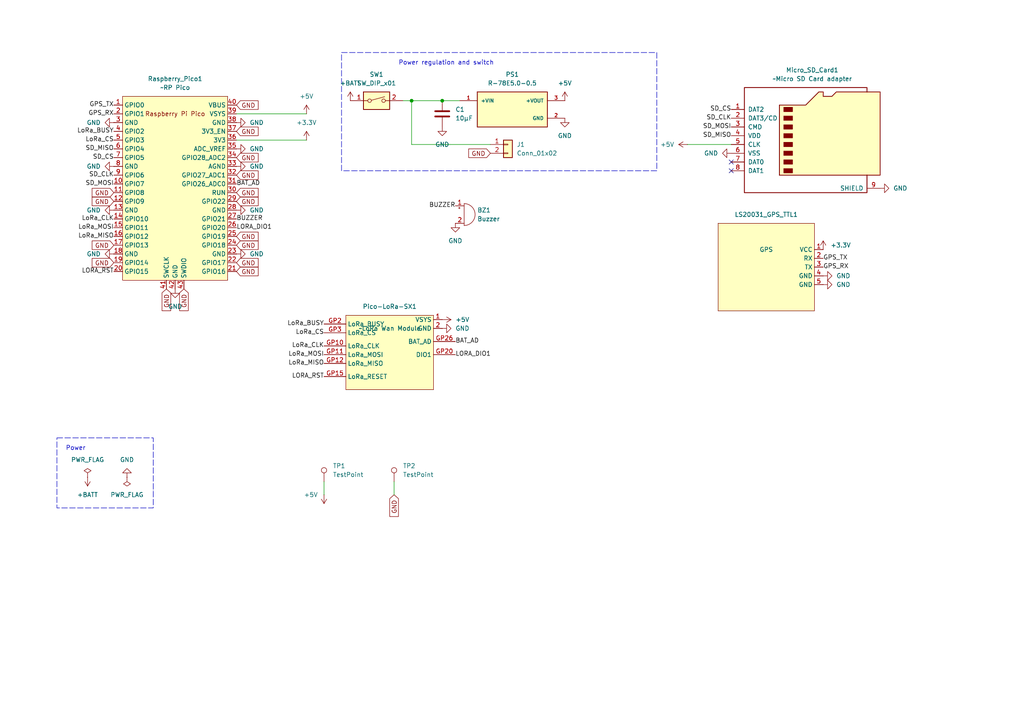
<source format=kicad_sch>
(kicad_sch
	(version 20231120)
	(generator "eeschema")
	(generator_version "8.0")
	(uuid "87853a8e-d12a-44e3-b6c1-b83f44f8b90a")
	(paper "A4")
	(title_block
		(title "AEROSAT_MAIN_BOARD")
		(rev "v01")
		(comment 4 "Florian Topeza")
	)
	(lib_symbols
		(symbol "Connector:Micro_SD_Card"
			(pin_names
				(offset 1.016)
			)
			(exclude_from_sim no)
			(in_bom yes)
			(on_board yes)
			(property "Reference" "J"
				(at -16.51 15.24 0)
				(effects
					(font
						(size 1.27 1.27)
					)
				)
			)
			(property "Value" "Micro_SD_Card"
				(at 16.51 15.24 0)
				(effects
					(font
						(size 1.27 1.27)
					)
					(justify right)
				)
			)
			(property "Footprint" ""
				(at 29.21 7.62 0)
				(effects
					(font
						(size 1.27 1.27)
					)
					(hide yes)
				)
			)
			(property "Datasheet" "http://katalog.we-online.de/em/datasheet/693072010801.pdf"
				(at 0 0 0)
				(effects
					(font
						(size 1.27 1.27)
					)
					(hide yes)
				)
			)
			(property "Description" "Micro SD Card Socket"
				(at 0 0 0)
				(effects
					(font
						(size 1.27 1.27)
					)
					(hide yes)
				)
			)
			(property "ki_keywords" "connector SD microsd"
				(at 0 0 0)
				(effects
					(font
						(size 1.27 1.27)
					)
					(hide yes)
				)
			)
			(property "ki_fp_filters" "microSD*"
				(at 0 0 0)
				(effects
					(font
						(size 1.27 1.27)
					)
					(hide yes)
				)
			)
			(symbol "Micro_SD_Card_0_1"
				(rectangle
					(start -7.62 -9.525)
					(end -5.08 -10.795)
					(stroke
						(width 0)
						(type default)
					)
					(fill
						(type outline)
					)
				)
				(rectangle
					(start -7.62 -6.985)
					(end -5.08 -8.255)
					(stroke
						(width 0)
						(type default)
					)
					(fill
						(type outline)
					)
				)
				(rectangle
					(start -7.62 -4.445)
					(end -5.08 -5.715)
					(stroke
						(width 0)
						(type default)
					)
					(fill
						(type outline)
					)
				)
				(rectangle
					(start -7.62 -1.905)
					(end -5.08 -3.175)
					(stroke
						(width 0)
						(type default)
					)
					(fill
						(type outline)
					)
				)
				(rectangle
					(start -7.62 0.635)
					(end -5.08 -0.635)
					(stroke
						(width 0)
						(type default)
					)
					(fill
						(type outline)
					)
				)
				(rectangle
					(start -7.62 3.175)
					(end -5.08 1.905)
					(stroke
						(width 0)
						(type default)
					)
					(fill
						(type outline)
					)
				)
				(rectangle
					(start -7.62 5.715)
					(end -5.08 4.445)
					(stroke
						(width 0)
						(type default)
					)
					(fill
						(type outline)
					)
				)
				(rectangle
					(start -7.62 8.255)
					(end -5.08 6.985)
					(stroke
						(width 0)
						(type default)
					)
					(fill
						(type outline)
					)
				)
				(polyline
					(pts
						(xy 16.51 12.7) (xy 16.51 13.97) (xy -19.05 13.97) (xy -19.05 -16.51) (xy 16.51 -16.51) (xy 16.51 -11.43)
					)
					(stroke
						(width 0.254)
						(type default)
					)
					(fill
						(type none)
					)
				)
				(polyline
					(pts
						(xy -8.89 -11.43) (xy -8.89 8.89) (xy -1.27 8.89) (xy 2.54 12.7) (xy 3.81 12.7) (xy 3.81 11.43)
						(xy 6.35 11.43) (xy 7.62 12.7) (xy 20.32 12.7) (xy 20.32 -11.43) (xy -8.89 -11.43)
					)
					(stroke
						(width 0.254)
						(type default)
					)
					(fill
						(type background)
					)
				)
			)
			(symbol "Micro_SD_Card_1_1"
				(pin bidirectional line
					(at -22.86 7.62 0)
					(length 3.81)
					(name "DAT2"
						(effects
							(font
								(size 1.27 1.27)
							)
						)
					)
					(number "1"
						(effects
							(font
								(size 1.27 1.27)
							)
						)
					)
				)
				(pin bidirectional line
					(at -22.86 5.08 0)
					(length 3.81)
					(name "DAT3/CD"
						(effects
							(font
								(size 1.27 1.27)
							)
						)
					)
					(number "2"
						(effects
							(font
								(size 1.27 1.27)
							)
						)
					)
				)
				(pin input line
					(at -22.86 2.54 0)
					(length 3.81)
					(name "CMD"
						(effects
							(font
								(size 1.27 1.27)
							)
						)
					)
					(number "3"
						(effects
							(font
								(size 1.27 1.27)
							)
						)
					)
				)
				(pin power_in line
					(at -22.86 0 0)
					(length 3.81)
					(name "VDD"
						(effects
							(font
								(size 1.27 1.27)
							)
						)
					)
					(number "4"
						(effects
							(font
								(size 1.27 1.27)
							)
						)
					)
				)
				(pin input line
					(at -22.86 -2.54 0)
					(length 3.81)
					(name "CLK"
						(effects
							(font
								(size 1.27 1.27)
							)
						)
					)
					(number "5"
						(effects
							(font
								(size 1.27 1.27)
							)
						)
					)
				)
				(pin power_in line
					(at -22.86 -5.08 0)
					(length 3.81)
					(name "VSS"
						(effects
							(font
								(size 1.27 1.27)
							)
						)
					)
					(number "6"
						(effects
							(font
								(size 1.27 1.27)
							)
						)
					)
				)
				(pin bidirectional line
					(at -22.86 -7.62 0)
					(length 3.81)
					(name "DAT0"
						(effects
							(font
								(size 1.27 1.27)
							)
						)
					)
					(number "7"
						(effects
							(font
								(size 1.27 1.27)
							)
						)
					)
				)
				(pin bidirectional line
					(at -22.86 -10.16 0)
					(length 3.81)
					(name "DAT1"
						(effects
							(font
								(size 1.27 1.27)
							)
						)
					)
					(number "8"
						(effects
							(font
								(size 1.27 1.27)
							)
						)
					)
				)
				(pin passive line
					(at 20.32 -15.24 180)
					(length 3.81)
					(name "SHIELD"
						(effects
							(font
								(size 1.27 1.27)
							)
						)
					)
					(number "9"
						(effects
							(font
								(size 1.27 1.27)
							)
						)
					)
				)
			)
		)
		(symbol "Connector:TestPoint"
			(pin_numbers hide)
			(pin_names
				(offset 0.762) hide)
			(exclude_from_sim no)
			(in_bom yes)
			(on_board yes)
			(property "Reference" "TP"
				(at 0 6.858 0)
				(effects
					(font
						(size 1.27 1.27)
					)
				)
			)
			(property "Value" "TestPoint"
				(at 0 5.08 0)
				(effects
					(font
						(size 1.27 1.27)
					)
				)
			)
			(property "Footprint" ""
				(at 5.08 0 0)
				(effects
					(font
						(size 1.27 1.27)
					)
					(hide yes)
				)
			)
			(property "Datasheet" "~"
				(at 5.08 0 0)
				(effects
					(font
						(size 1.27 1.27)
					)
					(hide yes)
				)
			)
			(property "Description" "test point"
				(at 0 0 0)
				(effects
					(font
						(size 1.27 1.27)
					)
					(hide yes)
				)
			)
			(property "ki_keywords" "test point tp"
				(at 0 0 0)
				(effects
					(font
						(size 1.27 1.27)
					)
					(hide yes)
				)
			)
			(property "ki_fp_filters" "Pin* Test*"
				(at 0 0 0)
				(effects
					(font
						(size 1.27 1.27)
					)
					(hide yes)
				)
			)
			(symbol "TestPoint_0_1"
				(circle
					(center 0 3.302)
					(radius 0.762)
					(stroke
						(width 0)
						(type default)
					)
					(fill
						(type none)
					)
				)
			)
			(symbol "TestPoint_1_1"
				(pin passive line
					(at 0 0 90)
					(length 2.54)
					(name "1"
						(effects
							(font
								(size 1.27 1.27)
							)
						)
					)
					(number "1"
						(effects
							(font
								(size 1.27 1.27)
							)
						)
					)
				)
			)
		)
		(symbol "Connector_Generic:Conn_01x02"
			(pin_names
				(offset 1.016) hide)
			(exclude_from_sim no)
			(in_bom yes)
			(on_board yes)
			(property "Reference" "J"
				(at 0 2.54 0)
				(effects
					(font
						(size 1.27 1.27)
					)
				)
			)
			(property "Value" "Conn_01x02"
				(at 0 -5.08 0)
				(effects
					(font
						(size 1.27 1.27)
					)
				)
			)
			(property "Footprint" ""
				(at 0 0 0)
				(effects
					(font
						(size 1.27 1.27)
					)
					(hide yes)
				)
			)
			(property "Datasheet" "~"
				(at 0 0 0)
				(effects
					(font
						(size 1.27 1.27)
					)
					(hide yes)
				)
			)
			(property "Description" "Generic connector, single row, 01x02, script generated (kicad-library-utils/schlib/autogen/connector/)"
				(at 0 0 0)
				(effects
					(font
						(size 1.27 1.27)
					)
					(hide yes)
				)
			)
			(property "ki_keywords" "connector"
				(at 0 0 0)
				(effects
					(font
						(size 1.27 1.27)
					)
					(hide yes)
				)
			)
			(property "ki_fp_filters" "Connector*:*_1x??_*"
				(at 0 0 0)
				(effects
					(font
						(size 1.27 1.27)
					)
					(hide yes)
				)
			)
			(symbol "Conn_01x02_1_1"
				(rectangle
					(start -1.27 -2.413)
					(end 0 -2.667)
					(stroke
						(width 0.1524)
						(type default)
					)
					(fill
						(type none)
					)
				)
				(rectangle
					(start -1.27 0.127)
					(end 0 -0.127)
					(stroke
						(width 0.1524)
						(type default)
					)
					(fill
						(type none)
					)
				)
				(rectangle
					(start -1.27 1.27)
					(end 1.27 -3.81)
					(stroke
						(width 0.254)
						(type default)
					)
					(fill
						(type background)
					)
				)
				(pin passive line
					(at -5.08 0 0)
					(length 3.81)
					(name "Pin_1"
						(effects
							(font
								(size 1.27 1.27)
							)
						)
					)
					(number "1"
						(effects
							(font
								(size 1.27 1.27)
							)
						)
					)
				)
				(pin passive line
					(at -5.08 -2.54 0)
					(length 3.81)
					(name "Pin_2"
						(effects
							(font
								(size 1.27 1.27)
							)
						)
					)
					(number "2"
						(effects
							(font
								(size 1.27 1.27)
							)
						)
					)
				)
			)
		)
		(symbol "Device:Buzzer"
			(pin_names
				(offset 0.0254) hide)
			(exclude_from_sim no)
			(in_bom yes)
			(on_board yes)
			(property "Reference" "BZ"
				(at 3.81 1.27 0)
				(effects
					(font
						(size 1.27 1.27)
					)
					(justify left)
				)
			)
			(property "Value" "Buzzer"
				(at 3.81 -1.27 0)
				(effects
					(font
						(size 1.27 1.27)
					)
					(justify left)
				)
			)
			(property "Footprint" ""
				(at -0.635 2.54 90)
				(effects
					(font
						(size 1.27 1.27)
					)
					(hide yes)
				)
			)
			(property "Datasheet" "~"
				(at -0.635 2.54 90)
				(effects
					(font
						(size 1.27 1.27)
					)
					(hide yes)
				)
			)
			(property "Description" "Buzzer, polarized"
				(at 0 0 0)
				(effects
					(font
						(size 1.27 1.27)
					)
					(hide yes)
				)
			)
			(property "ki_keywords" "quartz resonator ceramic"
				(at 0 0 0)
				(effects
					(font
						(size 1.27 1.27)
					)
					(hide yes)
				)
			)
			(property "ki_fp_filters" "*Buzzer*"
				(at 0 0 0)
				(effects
					(font
						(size 1.27 1.27)
					)
					(hide yes)
				)
			)
			(symbol "Buzzer_0_1"
				(arc
					(start 0 -3.175)
					(mid 3.1612 0)
					(end 0 3.175)
					(stroke
						(width 0)
						(type default)
					)
					(fill
						(type none)
					)
				)
				(polyline
					(pts
						(xy -1.651 1.905) (xy -1.143 1.905)
					)
					(stroke
						(width 0)
						(type default)
					)
					(fill
						(type none)
					)
				)
				(polyline
					(pts
						(xy -1.397 2.159) (xy -1.397 1.651)
					)
					(stroke
						(width 0)
						(type default)
					)
					(fill
						(type none)
					)
				)
				(polyline
					(pts
						(xy 0 3.175) (xy 0 -3.175)
					)
					(stroke
						(width 0)
						(type default)
					)
					(fill
						(type none)
					)
				)
			)
			(symbol "Buzzer_1_1"
				(pin passive line
					(at -2.54 2.54 0)
					(length 2.54)
					(name "+"
						(effects
							(font
								(size 1.27 1.27)
							)
						)
					)
					(number "1"
						(effects
							(font
								(size 1.27 1.27)
							)
						)
					)
				)
				(pin passive line
					(at -2.54 -2.54 0)
					(length 2.54)
					(name "-"
						(effects
							(font
								(size 1.27 1.27)
							)
						)
					)
					(number "2"
						(effects
							(font
								(size 1.27 1.27)
							)
						)
					)
				)
			)
		)
		(symbol "Device:C"
			(pin_numbers hide)
			(pin_names
				(offset 0.254)
			)
			(exclude_from_sim no)
			(in_bom yes)
			(on_board yes)
			(property "Reference" "C"
				(at 0.635 2.54 0)
				(effects
					(font
						(size 1.27 1.27)
					)
					(justify left)
				)
			)
			(property "Value" "C"
				(at 0.635 -2.54 0)
				(effects
					(font
						(size 1.27 1.27)
					)
					(justify left)
				)
			)
			(property "Footprint" ""
				(at 0.9652 -3.81 0)
				(effects
					(font
						(size 1.27 1.27)
					)
					(hide yes)
				)
			)
			(property "Datasheet" "~"
				(at 0 0 0)
				(effects
					(font
						(size 1.27 1.27)
					)
					(hide yes)
				)
			)
			(property "Description" "Unpolarized capacitor"
				(at 0 0 0)
				(effects
					(font
						(size 1.27 1.27)
					)
					(hide yes)
				)
			)
			(property "ki_keywords" "cap capacitor"
				(at 0 0 0)
				(effects
					(font
						(size 1.27 1.27)
					)
					(hide yes)
				)
			)
			(property "ki_fp_filters" "C_*"
				(at 0 0 0)
				(effects
					(font
						(size 1.27 1.27)
					)
					(hide yes)
				)
			)
			(symbol "C_0_1"
				(polyline
					(pts
						(xy -2.032 -0.762) (xy 2.032 -0.762)
					)
					(stroke
						(width 0.508)
						(type default)
					)
					(fill
						(type none)
					)
				)
				(polyline
					(pts
						(xy -2.032 0.762) (xy 2.032 0.762)
					)
					(stroke
						(width 0.508)
						(type default)
					)
					(fill
						(type none)
					)
				)
			)
			(symbol "C_1_1"
				(pin passive line
					(at 0 3.81 270)
					(length 2.794)
					(name "~"
						(effects
							(font
								(size 1.27 1.27)
							)
						)
					)
					(number "1"
						(effects
							(font
								(size 1.27 1.27)
							)
						)
					)
				)
				(pin passive line
					(at 0 -3.81 90)
					(length 2.794)
					(name "~"
						(effects
							(font
								(size 1.27 1.27)
							)
						)
					)
					(number "2"
						(effects
							(font
								(size 1.27 1.27)
							)
						)
					)
				)
			)
		)
		(symbol "LS20031:LS20031_GPS"
			(exclude_from_sim no)
			(in_bom yes)
			(on_board yes)
			(property "Reference" "LS20031_GPS_TTL"
				(at 0 2.54 0)
				(effects
					(font
						(size 1.27 1.27)
					)
				)
			)
			(property "Value" ""
				(at 0 0 0)
				(effects
					(font
						(size 1.27 1.27)
					)
					(hide yes)
				)
			)
			(property "Footprint" ""
				(at 0 0 0)
				(effects
					(font
						(size 1.27 1.27)
					)
					(hide yes)
				)
			)
			(property "Datasheet" "https://1drv.ms/b/s!AqFrFVBmIDTigf5nGHnTNMVoa-xJ7Q?e=424wZm"
				(at -15.24 -12.7 0)
				(effects
					(font
						(size 1.27 1.27)
					)
					(hide yes)
				)
			)
			(property "Description" ""
				(at 0 0 0)
				(effects
					(font
						(size 1.27 1.27)
					)
					(hide yes)
				)
			)
			(symbol "LS20031_GPS_1_1"
				(rectangle
					(start -13.97 7.62)
					(end 13.97 -17.78)
					(stroke
						(width 0)
						(type default)
					)
					(fill
						(type background)
					)
				)
				(pin power_in line
					(at 16.51 0 180)
					(length 2.54)
					(name "VCC"
						(effects
							(font
								(size 1.27 1.27)
							)
						)
					)
					(number "1"
						(effects
							(font
								(size 1.27 1.27)
							)
						)
					)
				)
				(pin input line
					(at 16.51 -2.54 180)
					(length 2.54)
					(name "RX"
						(effects
							(font
								(size 1.27 1.27)
							)
						)
					)
					(number "2"
						(effects
							(font
								(size 1.27 1.27)
							)
						)
					)
				)
				(pin output line
					(at 16.51 -5.08 180)
					(length 2.54)
					(name "TX"
						(effects
							(font
								(size 1.27 1.27)
							)
						)
					)
					(number "3"
						(effects
							(font
								(size 1.27 1.27)
							)
						)
					)
				)
				(pin power_in line
					(at 16.51 -7.62 180)
					(length 2.54)
					(name "GND"
						(effects
							(font
								(size 1.27 1.27)
							)
						)
					)
					(number "4"
						(effects
							(font
								(size 1.27 1.27)
							)
						)
					)
				)
				(pin power_in line
					(at 16.51 -10.16 180)
					(length 2.54)
					(name "GND"
						(effects
							(font
								(size 1.27 1.27)
							)
						)
					)
					(number "5"
						(effects
							(font
								(size 1.27 1.27)
							)
						)
					)
				)
			)
		)
		(symbol "LoRa_Module:Pico-LoRa-SX1262"
			(exclude_from_sim no)
			(in_bom yes)
			(on_board yes)
			(property "Reference" "Pico-LoRa-SX1262"
				(at 0 11.43 0)
				(effects
					(font
						(size 1.27 1.27)
					)
				)
			)
			(property "Value" ""
				(at 0 0 0)
				(effects
					(font
						(size 1.27 1.27)
					)
				)
			)
			(property "Footprint" ""
				(at 0 0 0)
				(effects
					(font
						(size 1.27 1.27)
					)
					(hide yes)
				)
			)
			(property "Datasheet" ""
				(at 0 0 0)
				(effects
					(font
						(size 1.27 1.27)
					)
					(hide yes)
				)
			)
			(property "Description" ""
				(at 0 0 0)
				(effects
					(font
						(size 1.27 1.27)
					)
					(hide yes)
				)
			)
			(symbol "Pico-LoRa-SX1262_1_1"
				(rectangle
					(start -12.7 3.81)
					(end 12.7 -17.78)
					(stroke
						(width 0)
						(type default)
					)
					(fill
						(type background)
					)
				)
				(pin power_in line
					(at 15.24 2.54 180)
					(length 2.54)
					(name "VSYS"
						(effects
							(font
								(size 1.27 1.27)
							)
						)
					)
					(number "1"
						(effects
							(font
								(size 1.27 1.27)
							)
						)
					)
				)
				(pin power_in line
					(at 15.24 0 180)
					(length 2.54)
					(name "GND"
						(effects
							(font
								(size 1.27 1.27)
							)
						)
					)
					(number "2"
						(effects
							(font
								(size 1.27 1.27)
							)
						)
					)
				)
				(pin input line
					(at -19.05 -5.08 0)
					(length 6.35)
					(name "LoRa_CLK"
						(effects
							(font
								(size 1.27 1.27)
							)
						)
					)
					(number "GP10"
						(effects
							(font
								(size 1.27 1.27)
							)
						)
					)
				)
				(pin input line
					(at -19.05 -7.62 0)
					(length 6.35)
					(name "LoRa_MOSI"
						(effects
							(font
								(size 1.27 1.27)
							)
						)
					)
					(number "GP11"
						(effects
							(font
								(size 1.27 1.27)
							)
						)
					)
				)
				(pin input line
					(at -19.05 -10.16 0)
					(length 6.35)
					(name "LoRa_MISO"
						(effects
							(font
								(size 1.27 1.27)
							)
						)
					)
					(number "GP12"
						(effects
							(font
								(size 1.27 1.27)
							)
						)
					)
				)
				(pin input line
					(at -19.05 -13.97 0)
					(length 6.35)
					(name "LoRa_RESET"
						(effects
							(font
								(size 1.27 1.27)
							)
						)
					)
					(number "GP15"
						(effects
							(font
								(size 1.27 1.27)
							)
						)
					)
				)
				(pin input line
					(at -19.05 1.27 0)
					(length 6.35)
					(name "LoRa_BUSY"
						(effects
							(font
								(size 1.27 1.27)
							)
						)
					)
					(number "GP2"
						(effects
							(font
								(size 1.27 1.27)
							)
						)
					)
				)
				(pin input line
					(at 19.05 -7.62 180)
					(length 6.35)
					(name "DIO1"
						(effects
							(font
								(size 1.27 1.27)
							)
						)
					)
					(number "GP20"
						(effects
							(font
								(size 1.27 1.27)
							)
						)
					)
				)
				(pin input line
					(at 19.05 -3.81 180)
					(length 6.35)
					(name "BAT_AD"
						(effects
							(font
								(size 1.27 1.27)
							)
						)
					)
					(number "GP26"
						(effects
							(font
								(size 1.27 1.27)
							)
						)
					)
				)
				(pin input line
					(at -19.05 -1.27 0)
					(length 6.35)
					(name "LoRa_CS"
						(effects
							(font
								(size 1.27 1.27)
							)
						)
					)
					(number "GP3"
						(effects
							(font
								(size 1.27 1.27)
							)
						)
					)
				)
			)
		)
		(symbol "R-78E5.0-0.5:R-78E5.0-0.5"
			(pin_names
				(offset 1.016)
			)
			(exclude_from_sim no)
			(in_bom yes)
			(on_board yes)
			(property "Reference" "PS"
				(at -10.1639 6.3579 0)
				(effects
					(font
						(size 1.27 1.27)
					)
					(justify left bottom)
				)
			)
			(property "Value" "R-78E5.0-0.5"
				(at -10.1614 -7.6227 0)
				(effects
					(font
						(size 1.27 1.27)
					)
					(justify left bottom)
				)
			)
			(property "Footprint" "R-78E5.0-0.5:CONV_R-78E5.0-0.5"
				(at 0 0 0)
				(effects
					(font
						(size 1.27 1.27)
					)
					(justify bottom)
					(hide yes)
				)
			)
			(property "Datasheet" ""
				(at 0 0 0)
				(effects
					(font
						(size 1.27 1.27)
					)
					(hide yes)
				)
			)
			(property "Description" "\nDC/DC Converter; 0.5A 5V OUT SIP VERT | RECOM Power Inc. R-78E5.0-0.5\n"
				(at 0 0 0)
				(effects
					(font
						(size 1.27 1.27)
					)
					(justify bottom)
					(hide yes)
				)
			)
			(property "MF" "Recom Power"
				(at 0 0 0)
				(effects
					(font
						(size 1.27 1.27)
					)
					(justify bottom)
					(hide yes)
				)
			)
			(property "MAXIMUM_PACKAGE_HEIGHT" "10.40mm"
				(at 0 0 0)
				(effects
					(font
						(size 1.27 1.27)
					)
					(justify bottom)
					(hide yes)
				)
			)
			(property "Package" "SIP-3 Recom Power"
				(at 0 0 0)
				(effects
					(font
						(size 1.27 1.27)
					)
					(justify bottom)
					(hide yes)
				)
			)
			(property "Price" "None"
				(at 0 0 0)
				(effects
					(font
						(size 1.27 1.27)
					)
					(justify bottom)
					(hide yes)
				)
			)
			(property "Check_prices" "https://www.snapeda.com/parts/R-78E5.0-0.5/Recom+Power/view-part/?ref=eda"
				(at 0 0 0)
				(effects
					(font
						(size 1.27 1.27)
					)
					(justify bottom)
					(hide yes)
				)
			)
			(property "STANDARD" "Manufacturer Recommendations"
				(at 0 0 0)
				(effects
					(font
						(size 1.27 1.27)
					)
					(justify bottom)
					(hide yes)
				)
			)
			(property "PARTREV" "4"
				(at 0 0 0)
				(effects
					(font
						(size 1.27 1.27)
					)
					(justify bottom)
					(hide yes)
				)
			)
			(property "SnapEDA_Link" "https://www.snapeda.com/parts/R-78E5.0-0.5/Recom+Power/view-part/?ref=snap"
				(at 0 0 0)
				(effects
					(font
						(size 1.27 1.27)
					)
					(justify bottom)
					(hide yes)
				)
			)
			(property "MP" "R-78E5.0-0.5"
				(at 0 0 0)
				(effects
					(font
						(size 1.27 1.27)
					)
					(justify bottom)
					(hide yes)
				)
			)
			(property "Purchase-URL" "https://www.snapeda.com/api/url_track_click_mouser/?unipart_id=229067&manufacturer=Recom Power&part_name=R-78E5.0-0.5&search_term=None"
				(at 0 0 0)
				(effects
					(font
						(size 1.27 1.27)
					)
					(justify bottom)
					(hide yes)
				)
			)
			(property "Availability" "In Stock"
				(at 0 0 0)
				(effects
					(font
						(size 1.27 1.27)
					)
					(justify bottom)
					(hide yes)
				)
			)
			(property "MANUFACTURER" "RECOM"
				(at 0 0 0)
				(effects
					(font
						(size 1.27 1.27)
					)
					(justify bottom)
					(hide yes)
				)
			)
			(symbol "R-78E5.0-0.5_0_0"
				(rectangle
					(start -10.16 -5.08)
					(end 10.16 5.08)
					(stroke
						(width 0.254)
						(type default)
					)
					(fill
						(type background)
					)
				)
			)
			(symbol "R-78E5.0-0.5_1_0"
				(pin power_in line
					(at -15.24 2.54 0)
					(length 5.08)
					(name "+VIN"
						(effects
							(font
								(size 1.016 1.016)
							)
						)
					)
					(number "1"
						(effects
							(font
								(size 1.016 1.016)
							)
						)
					)
				)
				(pin power_in line
					(at 15.24 -2.54 180)
					(length 5.08)
					(name "GND"
						(effects
							(font
								(size 1.016 1.016)
							)
						)
					)
					(number "2"
						(effects
							(font
								(size 1.016 1.016)
							)
						)
					)
				)
				(pin power_out line
					(at 15.24 2.54 180)
					(length 5.08)
					(name "+VOUT"
						(effects
							(font
								(size 1.016 1.016)
							)
						)
					)
					(number "3"
						(effects
							(font
								(size 1.016 1.016)
							)
						)
					)
				)
			)
		)
		(symbol "RPi_Pico:Pico"
			(exclude_from_sim no)
			(in_bom yes)
			(on_board yes)
			(property "Reference" "U"
				(at -13.97 27.94 0)
				(effects
					(font
						(size 1.27 1.27)
					)
				)
			)
			(property "Value" "Pico"
				(at 0 19.05 0)
				(effects
					(font
						(size 1.27 1.27)
					)
				)
			)
			(property "Footprint" "RPi_Pico:RPi_Pico_SMD_TH"
				(at 0 0 90)
				(effects
					(font
						(size 1.27 1.27)
					)
					(hide yes)
				)
			)
			(property "Datasheet" ""
				(at 0 0 0)
				(effects
					(font
						(size 1.27 1.27)
					)
					(hide yes)
				)
			)
			(property "Description" ""
				(at 0 0 0)
				(effects
					(font
						(size 1.27 1.27)
					)
					(hide yes)
				)
			)
			(symbol "Pico_0_0"
				(text "Raspberry Pi Pico"
					(at 0 21.59 0)
					(effects
						(font
							(size 1.27 1.27)
						)
					)
				)
			)
			(symbol "Pico_0_1"
				(rectangle
					(start -15.24 26.67)
					(end 15.24 -26.67)
					(stroke
						(width 0)
						(type default)
					)
					(fill
						(type background)
					)
				)
			)
			(symbol "Pico_1_1"
				(pin bidirectional line
					(at -17.78 24.13 0)
					(length 2.54)
					(name "GPIO0"
						(effects
							(font
								(size 1.27 1.27)
							)
						)
					)
					(number "1"
						(effects
							(font
								(size 1.27 1.27)
							)
						)
					)
				)
				(pin bidirectional line
					(at -17.78 1.27 0)
					(length 2.54)
					(name "GPIO7"
						(effects
							(font
								(size 1.27 1.27)
							)
						)
					)
					(number "10"
						(effects
							(font
								(size 1.27 1.27)
							)
						)
					)
				)
				(pin bidirectional line
					(at -17.78 -1.27 0)
					(length 2.54)
					(name "GPIO8"
						(effects
							(font
								(size 1.27 1.27)
							)
						)
					)
					(number "11"
						(effects
							(font
								(size 1.27 1.27)
							)
						)
					)
				)
				(pin bidirectional line
					(at -17.78 -3.81 0)
					(length 2.54)
					(name "GPIO9"
						(effects
							(font
								(size 1.27 1.27)
							)
						)
					)
					(number "12"
						(effects
							(font
								(size 1.27 1.27)
							)
						)
					)
				)
				(pin power_in line
					(at -17.78 -6.35 0)
					(length 2.54)
					(name "GND"
						(effects
							(font
								(size 1.27 1.27)
							)
						)
					)
					(number "13"
						(effects
							(font
								(size 1.27 1.27)
							)
						)
					)
				)
				(pin bidirectional line
					(at -17.78 -8.89 0)
					(length 2.54)
					(name "GPIO10"
						(effects
							(font
								(size 1.27 1.27)
							)
						)
					)
					(number "14"
						(effects
							(font
								(size 1.27 1.27)
							)
						)
					)
				)
				(pin bidirectional line
					(at -17.78 -11.43 0)
					(length 2.54)
					(name "GPIO11"
						(effects
							(font
								(size 1.27 1.27)
							)
						)
					)
					(number "15"
						(effects
							(font
								(size 1.27 1.27)
							)
						)
					)
				)
				(pin bidirectional line
					(at -17.78 -13.97 0)
					(length 2.54)
					(name "GPIO12"
						(effects
							(font
								(size 1.27 1.27)
							)
						)
					)
					(number "16"
						(effects
							(font
								(size 1.27 1.27)
							)
						)
					)
				)
				(pin bidirectional line
					(at -17.78 -16.51 0)
					(length 2.54)
					(name "GPIO13"
						(effects
							(font
								(size 1.27 1.27)
							)
						)
					)
					(number "17"
						(effects
							(font
								(size 1.27 1.27)
							)
						)
					)
				)
				(pin power_in line
					(at -17.78 -19.05 0)
					(length 2.54)
					(name "GND"
						(effects
							(font
								(size 1.27 1.27)
							)
						)
					)
					(number "18"
						(effects
							(font
								(size 1.27 1.27)
							)
						)
					)
				)
				(pin bidirectional line
					(at -17.78 -21.59 0)
					(length 2.54)
					(name "GPIO14"
						(effects
							(font
								(size 1.27 1.27)
							)
						)
					)
					(number "19"
						(effects
							(font
								(size 1.27 1.27)
							)
						)
					)
				)
				(pin bidirectional line
					(at -17.78 21.59 0)
					(length 2.54)
					(name "GPIO1"
						(effects
							(font
								(size 1.27 1.27)
							)
						)
					)
					(number "2"
						(effects
							(font
								(size 1.27 1.27)
							)
						)
					)
				)
				(pin bidirectional line
					(at -17.78 -24.13 0)
					(length 2.54)
					(name "GPIO15"
						(effects
							(font
								(size 1.27 1.27)
							)
						)
					)
					(number "20"
						(effects
							(font
								(size 1.27 1.27)
							)
						)
					)
				)
				(pin bidirectional line
					(at 17.78 -24.13 180)
					(length 2.54)
					(name "GPIO16"
						(effects
							(font
								(size 1.27 1.27)
							)
						)
					)
					(number "21"
						(effects
							(font
								(size 1.27 1.27)
							)
						)
					)
				)
				(pin bidirectional line
					(at 17.78 -21.59 180)
					(length 2.54)
					(name "GPIO17"
						(effects
							(font
								(size 1.27 1.27)
							)
						)
					)
					(number "22"
						(effects
							(font
								(size 1.27 1.27)
							)
						)
					)
				)
				(pin power_in line
					(at 17.78 -19.05 180)
					(length 2.54)
					(name "GND"
						(effects
							(font
								(size 1.27 1.27)
							)
						)
					)
					(number "23"
						(effects
							(font
								(size 1.27 1.27)
							)
						)
					)
				)
				(pin bidirectional line
					(at 17.78 -16.51 180)
					(length 2.54)
					(name "GPIO18"
						(effects
							(font
								(size 1.27 1.27)
							)
						)
					)
					(number "24"
						(effects
							(font
								(size 1.27 1.27)
							)
						)
					)
				)
				(pin bidirectional line
					(at 17.78 -13.97 180)
					(length 2.54)
					(name "GPIO19"
						(effects
							(font
								(size 1.27 1.27)
							)
						)
					)
					(number "25"
						(effects
							(font
								(size 1.27 1.27)
							)
						)
					)
				)
				(pin bidirectional line
					(at 17.78 -11.43 180)
					(length 2.54)
					(name "GPIO20"
						(effects
							(font
								(size 1.27 1.27)
							)
						)
					)
					(number "26"
						(effects
							(font
								(size 1.27 1.27)
							)
						)
					)
				)
				(pin bidirectional line
					(at 17.78 -8.89 180)
					(length 2.54)
					(name "GPIO21"
						(effects
							(font
								(size 1.27 1.27)
							)
						)
					)
					(number "27"
						(effects
							(font
								(size 1.27 1.27)
							)
						)
					)
				)
				(pin power_in line
					(at 17.78 -6.35 180)
					(length 2.54)
					(name "GND"
						(effects
							(font
								(size 1.27 1.27)
							)
						)
					)
					(number "28"
						(effects
							(font
								(size 1.27 1.27)
							)
						)
					)
				)
				(pin bidirectional line
					(at 17.78 -3.81 180)
					(length 2.54)
					(name "GPIO22"
						(effects
							(font
								(size 1.27 1.27)
							)
						)
					)
					(number "29"
						(effects
							(font
								(size 1.27 1.27)
							)
						)
					)
				)
				(pin power_in line
					(at -17.78 19.05 0)
					(length 2.54)
					(name "GND"
						(effects
							(font
								(size 1.27 1.27)
							)
						)
					)
					(number "3"
						(effects
							(font
								(size 1.27 1.27)
							)
						)
					)
				)
				(pin input line
					(at 17.78 -1.27 180)
					(length 2.54)
					(name "RUN"
						(effects
							(font
								(size 1.27 1.27)
							)
						)
					)
					(number "30"
						(effects
							(font
								(size 1.27 1.27)
							)
						)
					)
				)
				(pin bidirectional line
					(at 17.78 1.27 180)
					(length 2.54)
					(name "GPIO26_ADC0"
						(effects
							(font
								(size 1.27 1.27)
							)
						)
					)
					(number "31"
						(effects
							(font
								(size 1.27 1.27)
							)
						)
					)
				)
				(pin bidirectional line
					(at 17.78 3.81 180)
					(length 2.54)
					(name "GPIO27_ADC1"
						(effects
							(font
								(size 1.27 1.27)
							)
						)
					)
					(number "32"
						(effects
							(font
								(size 1.27 1.27)
							)
						)
					)
				)
				(pin power_in line
					(at 17.78 6.35 180)
					(length 2.54)
					(name "AGND"
						(effects
							(font
								(size 1.27 1.27)
							)
						)
					)
					(number "33"
						(effects
							(font
								(size 1.27 1.27)
							)
						)
					)
				)
				(pin bidirectional line
					(at 17.78 8.89 180)
					(length 2.54)
					(name "GPIO28_ADC2"
						(effects
							(font
								(size 1.27 1.27)
							)
						)
					)
					(number "34"
						(effects
							(font
								(size 1.27 1.27)
							)
						)
					)
				)
				(pin power_in line
					(at 17.78 11.43 180)
					(length 2.54)
					(name "ADC_VREF"
						(effects
							(font
								(size 1.27 1.27)
							)
						)
					)
					(number "35"
						(effects
							(font
								(size 1.27 1.27)
							)
						)
					)
				)
				(pin power_out line
					(at 17.78 13.97 180)
					(length 2.54)
					(name "3V3"
						(effects
							(font
								(size 1.27 1.27)
							)
						)
					)
					(number "36"
						(effects
							(font
								(size 1.27 1.27)
							)
						)
					)
				)
				(pin input line
					(at 17.78 16.51 180)
					(length 2.54)
					(name "3V3_EN"
						(effects
							(font
								(size 1.27 1.27)
							)
						)
					)
					(number "37"
						(effects
							(font
								(size 1.27 1.27)
							)
						)
					)
				)
				(pin power_in line
					(at 17.78 19.05 180)
					(length 2.54)
					(name "GND"
						(effects
							(font
								(size 1.27 1.27)
							)
						)
					)
					(number "38"
						(effects
							(font
								(size 1.27 1.27)
							)
						)
					)
				)
				(pin power_in line
					(at 17.78 21.59 180)
					(length 2.54)
					(name "VSYS"
						(effects
							(font
								(size 1.27 1.27)
							)
						)
					)
					(number "39"
						(effects
							(font
								(size 1.27 1.27)
							)
						)
					)
				)
				(pin bidirectional line
					(at -17.78 16.51 0)
					(length 2.54)
					(name "GPIO2"
						(effects
							(font
								(size 1.27 1.27)
							)
						)
					)
					(number "4"
						(effects
							(font
								(size 1.27 1.27)
							)
						)
					)
				)
				(pin power_out line
					(at 17.78 24.13 180)
					(length 2.54)
					(name "VBUS"
						(effects
							(font
								(size 1.27 1.27)
							)
						)
					)
					(number "40"
						(effects
							(font
								(size 1.27 1.27)
							)
						)
					)
				)
				(pin input line
					(at -2.54 -29.21 90)
					(length 2.54)
					(name "SWCLK"
						(effects
							(font
								(size 1.27 1.27)
							)
						)
					)
					(number "41"
						(effects
							(font
								(size 1.27 1.27)
							)
						)
					)
				)
				(pin power_in line
					(at 0 -29.21 90)
					(length 2.54)
					(name "GND"
						(effects
							(font
								(size 1.27 1.27)
							)
						)
					)
					(number "42"
						(effects
							(font
								(size 1.27 1.27)
							)
						)
					)
				)
				(pin bidirectional line
					(at 2.54 -29.21 90)
					(length 2.54)
					(name "SWDIO"
						(effects
							(font
								(size 1.27 1.27)
							)
						)
					)
					(number "43"
						(effects
							(font
								(size 1.27 1.27)
							)
						)
					)
				)
				(pin bidirectional line
					(at -17.78 13.97 0)
					(length 2.54)
					(name "GPIO3"
						(effects
							(font
								(size 1.27 1.27)
							)
						)
					)
					(number "5"
						(effects
							(font
								(size 1.27 1.27)
							)
						)
					)
				)
				(pin bidirectional line
					(at -17.78 11.43 0)
					(length 2.54)
					(name "GPIO4"
						(effects
							(font
								(size 1.27 1.27)
							)
						)
					)
					(number "6"
						(effects
							(font
								(size 1.27 1.27)
							)
						)
					)
				)
				(pin bidirectional line
					(at -17.78 8.89 0)
					(length 2.54)
					(name "GPIO5"
						(effects
							(font
								(size 1.27 1.27)
							)
						)
					)
					(number "7"
						(effects
							(font
								(size 1.27 1.27)
							)
						)
					)
				)
				(pin power_in line
					(at -17.78 6.35 0)
					(length 2.54)
					(name "GND"
						(effects
							(font
								(size 1.27 1.27)
							)
						)
					)
					(number "8"
						(effects
							(font
								(size 1.27 1.27)
							)
						)
					)
				)
				(pin bidirectional line
					(at -17.78 3.81 0)
					(length 2.54)
					(name "GPIO6"
						(effects
							(font
								(size 1.27 1.27)
							)
						)
					)
					(number "9"
						(effects
							(font
								(size 1.27 1.27)
							)
						)
					)
				)
			)
		)
		(symbol "Switch:SW_DIP_x01"
			(pin_names
				(offset 0) hide)
			(exclude_from_sim no)
			(in_bom yes)
			(on_board yes)
			(property "Reference" "SW"
				(at 0 3.81 0)
				(effects
					(font
						(size 1.27 1.27)
					)
				)
			)
			(property "Value" "SW_DIP_x01"
				(at 0 -3.81 0)
				(effects
					(font
						(size 1.27 1.27)
					)
				)
			)
			(property "Footprint" ""
				(at 0 0 0)
				(effects
					(font
						(size 1.27 1.27)
					)
					(hide yes)
				)
			)
			(property "Datasheet" "~"
				(at 0 0 0)
				(effects
					(font
						(size 1.27 1.27)
					)
					(hide yes)
				)
			)
			(property "Description" "1x DIP Switch, Single Pole Single Throw (SPST) switch, small symbol"
				(at 0 0 0)
				(effects
					(font
						(size 1.27 1.27)
					)
					(hide yes)
				)
			)
			(property "ki_keywords" "dip switch"
				(at 0 0 0)
				(effects
					(font
						(size 1.27 1.27)
					)
					(hide yes)
				)
			)
			(property "ki_fp_filters" "SW?DIP?x1*"
				(at 0 0 0)
				(effects
					(font
						(size 1.27 1.27)
					)
					(hide yes)
				)
			)
			(symbol "SW_DIP_x01_0_0"
				(circle
					(center -2.032 0)
					(radius 0.508)
					(stroke
						(width 0)
						(type default)
					)
					(fill
						(type none)
					)
				)
				(polyline
					(pts
						(xy -1.524 0.127) (xy 2.3622 1.1684)
					)
					(stroke
						(width 0)
						(type default)
					)
					(fill
						(type none)
					)
				)
				(circle
					(center 2.032 0)
					(radius 0.508)
					(stroke
						(width 0)
						(type default)
					)
					(fill
						(type none)
					)
				)
			)
			(symbol "SW_DIP_x01_0_1"
				(rectangle
					(start -3.81 2.54)
					(end 3.81 -2.54)
					(stroke
						(width 0.254)
						(type default)
					)
					(fill
						(type background)
					)
				)
			)
			(symbol "SW_DIP_x01_1_1"
				(pin passive line
					(at -7.62 0 0)
					(length 5.08)
					(name "~"
						(effects
							(font
								(size 1.27 1.27)
							)
						)
					)
					(number "1"
						(effects
							(font
								(size 1.27 1.27)
							)
						)
					)
				)
				(pin passive line
					(at 7.62 0 180)
					(length 5.08)
					(name "~"
						(effects
							(font
								(size 1.27 1.27)
							)
						)
					)
					(number "2"
						(effects
							(font
								(size 1.27 1.27)
							)
						)
					)
				)
			)
		)
		(symbol "power:+3.3V"
			(power)
			(pin_numbers hide)
			(pin_names
				(offset 0) hide)
			(exclude_from_sim no)
			(in_bom yes)
			(on_board yes)
			(property "Reference" "#PWR"
				(at 0 -3.81 0)
				(effects
					(font
						(size 1.27 1.27)
					)
					(hide yes)
				)
			)
			(property "Value" "+3.3V"
				(at 0 3.556 0)
				(effects
					(font
						(size 1.27 1.27)
					)
				)
			)
			(property "Footprint" ""
				(at 0 0 0)
				(effects
					(font
						(size 1.27 1.27)
					)
					(hide yes)
				)
			)
			(property "Datasheet" ""
				(at 0 0 0)
				(effects
					(font
						(size 1.27 1.27)
					)
					(hide yes)
				)
			)
			(property "Description" "Power symbol creates a global label with name \"+3.3V\""
				(at 0 0 0)
				(effects
					(font
						(size 1.27 1.27)
					)
					(hide yes)
				)
			)
			(property "ki_keywords" "global power"
				(at 0 0 0)
				(effects
					(font
						(size 1.27 1.27)
					)
					(hide yes)
				)
			)
			(symbol "+3.3V_0_1"
				(polyline
					(pts
						(xy -0.762 1.27) (xy 0 2.54)
					)
					(stroke
						(width 0)
						(type default)
					)
					(fill
						(type none)
					)
				)
				(polyline
					(pts
						(xy 0 0) (xy 0 2.54)
					)
					(stroke
						(width 0)
						(type default)
					)
					(fill
						(type none)
					)
				)
				(polyline
					(pts
						(xy 0 2.54) (xy 0.762 1.27)
					)
					(stroke
						(width 0)
						(type default)
					)
					(fill
						(type none)
					)
				)
			)
			(symbol "+3.3V_1_1"
				(pin power_in line
					(at 0 0 90)
					(length 0)
					(name "~"
						(effects
							(font
								(size 1.27 1.27)
							)
						)
					)
					(number "1"
						(effects
							(font
								(size 1.27 1.27)
							)
						)
					)
				)
			)
		)
		(symbol "power:+5V"
			(power)
			(pin_numbers hide)
			(pin_names
				(offset 0) hide)
			(exclude_from_sim no)
			(in_bom yes)
			(on_board yes)
			(property "Reference" "#PWR"
				(at 0 -3.81 0)
				(effects
					(font
						(size 1.27 1.27)
					)
					(hide yes)
				)
			)
			(property "Value" "+5V"
				(at 0 3.556 0)
				(effects
					(font
						(size 1.27 1.27)
					)
				)
			)
			(property "Footprint" ""
				(at 0 0 0)
				(effects
					(font
						(size 1.27 1.27)
					)
					(hide yes)
				)
			)
			(property "Datasheet" ""
				(at 0 0 0)
				(effects
					(font
						(size 1.27 1.27)
					)
					(hide yes)
				)
			)
			(property "Description" "Power symbol creates a global label with name \"+5V\""
				(at 0 0 0)
				(effects
					(font
						(size 1.27 1.27)
					)
					(hide yes)
				)
			)
			(property "ki_keywords" "global power"
				(at 0 0 0)
				(effects
					(font
						(size 1.27 1.27)
					)
					(hide yes)
				)
			)
			(symbol "+5V_0_1"
				(polyline
					(pts
						(xy -0.762 1.27) (xy 0 2.54)
					)
					(stroke
						(width 0)
						(type default)
					)
					(fill
						(type none)
					)
				)
				(polyline
					(pts
						(xy 0 0) (xy 0 2.54)
					)
					(stroke
						(width 0)
						(type default)
					)
					(fill
						(type none)
					)
				)
				(polyline
					(pts
						(xy 0 2.54) (xy 0.762 1.27)
					)
					(stroke
						(width 0)
						(type default)
					)
					(fill
						(type none)
					)
				)
			)
			(symbol "+5V_1_1"
				(pin power_in line
					(at 0 0 90)
					(length 0)
					(name "~"
						(effects
							(font
								(size 1.27 1.27)
							)
						)
					)
					(number "1"
						(effects
							(font
								(size 1.27 1.27)
							)
						)
					)
				)
			)
		)
		(symbol "power:+BATT"
			(power)
			(pin_numbers hide)
			(pin_names
				(offset 0) hide)
			(exclude_from_sim no)
			(in_bom yes)
			(on_board yes)
			(property "Reference" "#PWR"
				(at 0 -3.81 0)
				(effects
					(font
						(size 1.27 1.27)
					)
					(hide yes)
				)
			)
			(property "Value" "+BATT"
				(at 0 3.556 0)
				(effects
					(font
						(size 1.27 1.27)
					)
				)
			)
			(property "Footprint" ""
				(at 0 0 0)
				(effects
					(font
						(size 1.27 1.27)
					)
					(hide yes)
				)
			)
			(property "Datasheet" ""
				(at 0 0 0)
				(effects
					(font
						(size 1.27 1.27)
					)
					(hide yes)
				)
			)
			(property "Description" "Power symbol creates a global label with name \"+BATT\""
				(at 0 0 0)
				(effects
					(font
						(size 1.27 1.27)
					)
					(hide yes)
				)
			)
			(property "ki_keywords" "global power battery"
				(at 0 0 0)
				(effects
					(font
						(size 1.27 1.27)
					)
					(hide yes)
				)
			)
			(symbol "+BATT_0_1"
				(polyline
					(pts
						(xy -0.762 1.27) (xy 0 2.54)
					)
					(stroke
						(width 0)
						(type default)
					)
					(fill
						(type none)
					)
				)
				(polyline
					(pts
						(xy 0 0) (xy 0 2.54)
					)
					(stroke
						(width 0)
						(type default)
					)
					(fill
						(type none)
					)
				)
				(polyline
					(pts
						(xy 0 2.54) (xy 0.762 1.27)
					)
					(stroke
						(width 0)
						(type default)
					)
					(fill
						(type none)
					)
				)
			)
			(symbol "+BATT_1_1"
				(pin power_in line
					(at 0 0 90)
					(length 0)
					(name "~"
						(effects
							(font
								(size 1.27 1.27)
							)
						)
					)
					(number "1"
						(effects
							(font
								(size 1.27 1.27)
							)
						)
					)
				)
			)
		)
		(symbol "power:GND"
			(power)
			(pin_numbers hide)
			(pin_names
				(offset 0) hide)
			(exclude_from_sim no)
			(in_bom yes)
			(on_board yes)
			(property "Reference" "#PWR"
				(at 0 -6.35 0)
				(effects
					(font
						(size 1.27 1.27)
					)
					(hide yes)
				)
			)
			(property "Value" "GND"
				(at 0 -3.81 0)
				(effects
					(font
						(size 1.27 1.27)
					)
				)
			)
			(property "Footprint" ""
				(at 0 0 0)
				(effects
					(font
						(size 1.27 1.27)
					)
					(hide yes)
				)
			)
			(property "Datasheet" ""
				(at 0 0 0)
				(effects
					(font
						(size 1.27 1.27)
					)
					(hide yes)
				)
			)
			(property "Description" "Power symbol creates a global label with name \"GND\" , ground"
				(at 0 0 0)
				(effects
					(font
						(size 1.27 1.27)
					)
					(hide yes)
				)
			)
			(property "ki_keywords" "global power"
				(at 0 0 0)
				(effects
					(font
						(size 1.27 1.27)
					)
					(hide yes)
				)
			)
			(symbol "GND_0_1"
				(polyline
					(pts
						(xy 0 0) (xy 0 -1.27) (xy 1.27 -1.27) (xy 0 -2.54) (xy -1.27 -1.27) (xy 0 -1.27)
					)
					(stroke
						(width 0)
						(type default)
					)
					(fill
						(type none)
					)
				)
			)
			(symbol "GND_1_1"
				(pin power_in line
					(at 0 0 270)
					(length 0)
					(name "~"
						(effects
							(font
								(size 1.27 1.27)
							)
						)
					)
					(number "1"
						(effects
							(font
								(size 1.27 1.27)
							)
						)
					)
				)
			)
		)
		(symbol "power:PWR_FLAG"
			(power)
			(pin_numbers hide)
			(pin_names
				(offset 0) hide)
			(exclude_from_sim no)
			(in_bom yes)
			(on_board yes)
			(property "Reference" "#FLG"
				(at 0 1.905 0)
				(effects
					(font
						(size 1.27 1.27)
					)
					(hide yes)
				)
			)
			(property "Value" "PWR_FLAG"
				(at 0 3.81 0)
				(effects
					(font
						(size 1.27 1.27)
					)
				)
			)
			(property "Footprint" ""
				(at 0 0 0)
				(effects
					(font
						(size 1.27 1.27)
					)
					(hide yes)
				)
			)
			(property "Datasheet" "~"
				(at 0 0 0)
				(effects
					(font
						(size 1.27 1.27)
					)
					(hide yes)
				)
			)
			(property "Description" "Special symbol for telling ERC where power comes from"
				(at 0 0 0)
				(effects
					(font
						(size 1.27 1.27)
					)
					(hide yes)
				)
			)
			(property "ki_keywords" "flag power"
				(at 0 0 0)
				(effects
					(font
						(size 1.27 1.27)
					)
					(hide yes)
				)
			)
			(symbol "PWR_FLAG_0_0"
				(pin power_out line
					(at 0 0 90)
					(length 0)
					(name "~"
						(effects
							(font
								(size 1.27 1.27)
							)
						)
					)
					(number "1"
						(effects
							(font
								(size 1.27 1.27)
							)
						)
					)
				)
			)
			(symbol "PWR_FLAG_0_1"
				(polyline
					(pts
						(xy 0 0) (xy 0 1.27) (xy -1.016 1.905) (xy 0 2.54) (xy 1.016 1.905) (xy 0 1.27)
					)
					(stroke
						(width 0)
						(type default)
					)
					(fill
						(type none)
					)
				)
			)
		)
	)
	(junction
		(at 128.27 29.21)
		(diameter 0)
		(color 0 0 0 0)
		(uuid "4626740e-9a11-4b9c-af83-264fa69afbed")
	)
	(junction
		(at 119.38 29.21)
		(diameter 0)
		(color 0 0 0 0)
		(uuid "8206bdec-9bf7-444d-b17b-32befff0a9ef")
	)
	(no_connect
		(at 212.09 46.99)
		(uuid "0194e472-cad4-4e06-b3d5-03b176a029a6")
	)
	(no_connect
		(at 212.09 49.53)
		(uuid "2f47b4fd-d6dd-4eb1-8480-ce0ce8ab3d32")
	)
	(wire
		(pts
			(xy 119.38 41.91) (xy 119.38 29.21)
		)
		(stroke
			(width 0)
			(type default)
		)
		(uuid "03be9e4c-08bc-4ad9-ac51-7b2ff57cf447")
	)
	(wire
		(pts
			(xy 68.58 40.64) (xy 88.9 40.64)
		)
		(stroke
			(width 0)
			(type default)
		)
		(uuid "18acaefb-ec13-4c02-82db-d3e1147b79de")
	)
	(wire
		(pts
			(xy 199.39 41.91) (xy 212.09 41.91)
		)
		(stroke
			(width 0)
			(type default)
		)
		(uuid "29bba64d-71b2-4526-9b95-a61ada1dfab6")
	)
	(wire
		(pts
			(xy 68.58 33.02) (xy 88.9 33.02)
		)
		(stroke
			(width 0)
			(type default)
		)
		(uuid "4b3ce64b-d447-4947-8731-5d6a63d79063")
	)
	(wire
		(pts
			(xy 119.38 41.91) (xy 142.24 41.91)
		)
		(stroke
			(width 0)
			(type default)
		)
		(uuid "5088d738-8511-46f6-8277-d342c38e949a")
	)
	(wire
		(pts
			(xy 128.27 29.21) (xy 133.35 29.21)
		)
		(stroke
			(width 0)
			(type default)
		)
		(uuid "8fe255fa-b066-4db0-97ef-06530c4e2fe5")
	)
	(wire
		(pts
			(xy 116.84 29.21) (xy 119.38 29.21)
		)
		(stroke
			(width 0)
			(type default)
		)
		(uuid "9416363a-78e0-4441-b605-77e32afc91b6")
	)
	(wire
		(pts
			(xy 114.3 139.7) (xy 114.3 143.51)
		)
		(stroke
			(width 0)
			(type default)
		)
		(uuid "b0aecf14-bfed-47ce-8f8e-7dfbf09e20df")
	)
	(wire
		(pts
			(xy 93.98 139.7) (xy 93.98 143.51)
		)
		(stroke
			(width 0)
			(type default)
		)
		(uuid "db88102a-6e83-4294-ba65-aafb7f3bbd93")
	)
	(wire
		(pts
			(xy 119.38 29.21) (xy 128.27 29.21)
		)
		(stroke
			(width 0)
			(type default)
		)
		(uuid "f4b4d322-c828-4f34-a589-736ad0fcd0a4")
	)
	(rectangle
		(start 44.45 142.24)
		(end 44.45 142.24)
		(stroke
			(width 0)
			(type default)
		)
		(fill
			(type none)
		)
		(uuid 147cf667-19fe-4ca7-a189-9b46e6a8bac1)
	)
	(rectangle
		(start 16.51 127)
		(end 44.45 147.32)
		(stroke
			(width 0)
			(type dash)
		)
		(fill
			(type none)
		)
		(uuid 62aa1e3d-b300-4b93-89bf-86e7c5e2b8fb)
	)
	(rectangle
		(start 99.06 15.24)
		(end 190.5 49.53)
		(stroke
			(width 0)
			(type dash)
		)
		(fill
			(type none)
		)
		(uuid d3b97eba-e334-4402-8f2b-ea9b14f8b788)
	)
	(text "Power regulation and switch"
		(exclude_from_sim no)
		(at 115.57 19.05 0)
		(effects
			(font
				(size 1.27 1.27)
			)
			(justify left bottom)
		)
		(uuid "093a19d3-5b38-4b3f-978d-9d066789c2f4")
	)
	(text "Power"
		(exclude_from_sim no)
		(at 19.05 130.81 0)
		(effects
			(font
				(size 1.27 1.27)
			)
			(justify left bottom)
		)
		(uuid "1514da6f-aa99-4b2c-8f19-d112999f668c")
	)
	(label "SD_CS"
		(at 212.09 31.75 180)
		(fields_autoplaced yes)
		(effects
			(font
				(size 1.27 1.27)
			)
			(justify right)
		)
		(uuid "09d23677-ae81-4bce-b2a6-888259706a1e")
		(property "Intersheetrefs" "${INTERSHEET_REFS}"
			(at 203.1782 31.75 0)
			(effects
				(font
					(size 1.27 1.27)
				)
				(justify right)
				(hide yes)
			)
		)
	)
	(label "BUZZER"
		(at 132.08 59.69 180)
		(fields_autoplaced yes)
		(effects
			(font
				(size 1.27 1.27)
			)
			(justify right)
		)
		(uuid "1f422af7-52cb-4f67-8a6f-27a3705f47b7")
		(property "Intersheetrefs" "${INTERSHEET_REFS}"
			(at 121.6563 59.69 0)
			(effects
				(font
					(size 1.27 1.27)
				)
				(justify right)
				(hide yes)
			)
		)
	)
	(label "SD_MOSI"
		(at 212.09 36.83 180)
		(fields_autoplaced yes)
		(effects
			(font
				(size 1.27 1.27)
			)
			(justify right)
		)
		(uuid "283abf30-ba39-4924-b139-ad23ed9dfd4c")
		(property "Intersheetrefs" "${INTERSHEET_REFS}"
			(at 201.0615 36.83 0)
			(effects
				(font
					(size 1.27 1.27)
				)
				(justify right)
				(hide yes)
			)
		)
	)
	(label "SD_MISO"
		(at 212.09 39.37 180)
		(fields_autoplaced yes)
		(effects
			(font
				(size 1.27 1.27)
			)
			(justify right)
		)
		(uuid "2d952bc5-2dae-4f71-bebd-7796237b52e8")
		(property "Intersheetrefs" "${INTERSHEET_REFS}"
			(at 201.0615 39.37 0)
			(effects
				(font
					(size 1.27 1.27)
				)
				(justify right)
				(hide yes)
			)
		)
	)
	(label "BUZZER"
		(at 68.58 63.5 0)
		(fields_autoplaced yes)
		(effects
			(font
				(size 1.27 1.27)
			)
			(justify left)
		)
		(uuid "39e113b5-8d51-40b0-bc58-d972327da03e")
		(property "Intersheetrefs" "${INTERSHEET_REFS}"
			(at 79.0037 63.5 0)
			(effects
				(font
					(size 1.27 1.27)
				)
				(justify left)
				(hide yes)
			)
		)
	)
	(label "GPS_TX"
		(at 33.02 30.48 180)
		(fields_autoplaced yes)
		(effects
			(font
				(size 1.27 1.27)
			)
			(justify right)
		)
		(uuid "3aa55594-ac19-4a23-a7b1-abc9ef95a383")
		(property "Intersheetrefs" "${INTERSHEET_REFS}"
			(at 23.1406 30.48 0)
			(effects
				(font
					(size 1.27 1.27)
				)
				(justify right)
				(hide yes)
			)
		)
	)
	(label "BAT_AD"
		(at 68.58 53.34 0)
		(fields_autoplaced yes)
		(effects
			(font
				(size 1.27 1.27)
			)
			(justify left)
		)
		(uuid "3ad21a6d-f4e1-451c-90cd-36f39ddfa829")
		(property "Intersheetrefs" "${INTERSHEET_REFS}"
			(at 78.2176 53.34 0)
			(effects
				(font
					(size 1.27 1.27)
				)
				(justify left)
				(hide yes)
			)
		)
	)
	(label "GPS_TX"
		(at 238.76 74.93 0)
		(fields_autoplaced yes)
		(effects
			(font
				(size 1.27 1.27)
			)
			(justify left)
		)
		(uuid "3f30bf12-c907-4fd3-867d-3197b1de176b")
		(property "Intersheetrefs" "${INTERSHEET_REFS}"
			(at 248.6394 74.93 0)
			(effects
				(font
					(size 1.27 1.27)
				)
				(justify left)
				(hide yes)
			)
		)
	)
	(label "LoRa_CS"
		(at 33.02 40.64 180)
		(fields_autoplaced yes)
		(effects
			(font
				(size 1.27 1.27)
			)
			(justify right)
		)
		(uuid "4394d751-f655-41d5-9e65-e65dcc481266")
		(property "Intersheetrefs" "${INTERSHEET_REFS}"
			(at 21.9916 40.64 0)
			(effects
				(font
					(size 1.27 1.27)
				)
				(justify right)
				(hide yes)
			)
		)
	)
	(label "LORA_DIO1"
		(at 68.58 66.04 0)
		(fields_autoplaced yes)
		(effects
			(font
				(size 1.27 1.27)
			)
			(justify left)
		)
		(uuid "59ddf5a6-7c04-4c2d-b621-2d0ea5ef7464")
		(property "Intersheetrefs" "${INTERSHEET_REFS}"
			(at 81.6648 66.04 0)
			(effects
				(font
					(size 1.27 1.27)
				)
				(justify left)
				(hide yes)
			)
		)
	)
	(label "LORA_RST"
		(at 33.02 78.74 180)
		(fields_autoplaced yes)
		(effects
			(font
				(size 1.27 1.27)
			)
			(justify right)
		)
		(uuid "5bd3aaa1-93ad-43d3-9f40-ef3a51ee159e")
		(property "Intersheetrefs" "${INTERSHEET_REFS}"
			(at 20.9029 78.74 0)
			(effects
				(font
					(size 1.27 1.27)
				)
				(justify right)
				(hide yes)
			)
		)
	)
	(label "GPS_RX"
		(at 238.76 77.47 0)
		(fields_autoplaced yes)
		(effects
			(font
				(size 1.27 1.27)
			)
			(justify left)
		)
		(uuid "6198f962-7ad2-4917-bf91-7d418591efa8")
		(property "Intersheetrefs" "${INTERSHEET_REFS}"
			(at 248.9418 77.47 0)
			(effects
				(font
					(size 1.27 1.27)
				)
				(justify left)
				(hide yes)
			)
		)
	)
	(label "SD_MISO"
		(at 33.02 43.18 180)
		(fields_autoplaced yes)
		(effects
			(font
				(size 1.27 1.27)
			)
			(justify right)
		)
		(uuid "6fde134a-2c86-435f-b6df-4203c61cccb4")
		(property "Intersheetrefs" "${INTERSHEET_REFS}"
			(at 21.9915 43.18 0)
			(effects
				(font
					(size 1.27 1.27)
				)
				(justify right)
				(hide yes)
			)
		)
	)
	(label "LORA_DIO1"
		(at 132.08 102.87 0)
		(fields_autoplaced yes)
		(effects
			(font
				(size 1.27 1.27)
			)
			(justify left)
		)
		(uuid "74719d11-7963-45bc-b438-3187a78af0be")
		(property "Intersheetrefs" "${INTERSHEET_REFS}"
			(at 145.1648 102.87 0)
			(effects
				(font
					(size 1.27 1.27)
				)
				(justify left)
				(hide yes)
			)
		)
	)
	(label "LoRa_BUSY"
		(at 33.02 38.1 180)
		(fields_autoplaced yes)
		(effects
			(font
				(size 1.27 1.27)
			)
			(justify right)
		)
		(uuid "7c8a4b3e-f186-425c-86df-6540c044c79f")
		(property "Intersheetrefs" "${INTERSHEET_REFS}"
			(at 19.5725 38.1 0)
			(effects
				(font
					(size 1.27 1.27)
				)
				(justify right)
				(hide yes)
			)
		)
	)
	(label "LORA_RST"
		(at 93.98 109.22 180)
		(fields_autoplaced yes)
		(effects
			(font
				(size 1.27 1.27)
			)
			(justify right)
		)
		(uuid "89287c21-2326-4457-ac40-932bd8d5c268")
		(property "Intersheetrefs" "${INTERSHEET_REFS}"
			(at 81.8629 109.22 0)
			(effects
				(font
					(size 1.27 1.27)
				)
				(justify right)
				(hide yes)
			)
		)
	)
	(label "SD_MOSI"
		(at 33.02 53.34 180)
		(fields_autoplaced yes)
		(effects
			(font
				(size 1.27 1.27)
			)
			(justify right)
		)
		(uuid "8ba7782b-ffab-478c-a3a1-c5d9bb512c1f")
		(property "Intersheetrefs" "${INTERSHEET_REFS}"
			(at 21.9915 53.34 0)
			(effects
				(font
					(size 1.27 1.27)
				)
				(justify right)
				(hide yes)
			)
		)
	)
	(label "LoRa_CLK"
		(at 33.02 63.5 180)
		(fields_autoplaced yes)
		(effects
			(font
				(size 1.27 1.27)
			)
			(justify right)
		)
		(uuid "8c107c44-b931-4526-9e5a-706618799cab")
		(property "Intersheetrefs" "${INTERSHEET_REFS}"
			(at 20.903 63.5 0)
			(effects
				(font
					(size 1.27 1.27)
				)
				(justify right)
				(hide yes)
			)
		)
	)
	(label "LoRa_BUSY"
		(at 93.98 93.98 180)
		(fields_autoplaced yes)
		(effects
			(font
				(size 1.27 1.27)
			)
			(justify right)
		)
		(uuid "95c535eb-cbb7-4e56-acf4-9814140aebac")
		(property "Intersheetrefs" "${INTERSHEET_REFS}"
			(at 80.5325 93.98 0)
			(effects
				(font
					(size 1.27 1.27)
				)
				(justify right)
				(hide yes)
			)
		)
	)
	(label "SD_CS"
		(at 33.02 45.72 180)
		(fields_autoplaced yes)
		(effects
			(font
				(size 1.27 1.27)
			)
			(justify right)
		)
		(uuid "99423fe7-1f7c-4ef0-8e7d-668d63a45eb1")
		(property "Intersheetrefs" "${INTERSHEET_REFS}"
			(at 24.1082 45.72 0)
			(effects
				(font
					(size 1.27 1.27)
				)
				(justify right)
				(hide yes)
			)
		)
	)
	(label "LoRa_MISO"
		(at 33.02 68.58 180)
		(fields_autoplaced yes)
		(effects
			(font
				(size 1.27 1.27)
			)
			(justify right)
		)
		(uuid "99d2ddd7-6d22-44e7-9d49-7f29ca32649e")
		(property "Intersheetrefs" "${INTERSHEET_REFS}"
			(at 19.8749 68.58 0)
			(effects
				(font
					(size 1.27 1.27)
				)
				(justify right)
				(hide yes)
			)
		)
	)
	(label "LoRa_CS"
		(at 93.98 96.52 180)
		(fields_autoplaced yes)
		(effects
			(font
				(size 1.27 1.27)
			)
			(justify right)
		)
		(uuid "b329c217-ebdb-477f-a62f-40450b3c2eda")
		(property "Intersheetrefs" "${INTERSHEET_REFS}"
			(at 82.9516 96.52 0)
			(effects
				(font
					(size 1.27 1.27)
				)
				(justify right)
				(hide yes)
			)
		)
	)
	(label "GPS_RX"
		(at 33.02 33.02 180)
		(fields_autoplaced yes)
		(effects
			(font
				(size 1.27 1.27)
			)
			(justify right)
		)
		(uuid "c0b69b7e-dc76-43a6-8486-6366712394fc")
		(property "Intersheetrefs" "${INTERSHEET_REFS}"
			(at 22.8382 33.02 0)
			(effects
				(font
					(size 1.27 1.27)
				)
				(justify right)
				(hide yes)
			)
		)
	)
	(label "LoRa_MISO"
		(at 93.98 105.41 180)
		(fields_autoplaced yes)
		(effects
			(font
				(size 1.27 1.27)
			)
			(justify right)
		)
		(uuid "c5f5da35-f65e-439a-bec8-0a855ddc3947")
		(property "Intersheetrefs" "${INTERSHEET_REFS}"
			(at 80.8349 105.41 0)
			(effects
				(font
					(size 1.27 1.27)
				)
				(justify right)
				(hide yes)
			)
		)
	)
	(label "LoRa_MOSI"
		(at 93.98 102.87 180)
		(fields_autoplaced yes)
		(effects
			(font
				(size 1.27 1.27)
			)
			(justify right)
		)
		(uuid "c748c653-0b43-4b4b-9db8-e482e36bedec")
		(property "Intersheetrefs" "${INTERSHEET_REFS}"
			(at 80.8349 102.87 0)
			(effects
				(font
					(size 1.27 1.27)
				)
				(justify right)
				(hide yes)
			)
		)
	)
	(label "LoRa_CLK"
		(at 93.98 100.33 180)
		(fields_autoplaced yes)
		(effects
			(font
				(size 1.27 1.27)
			)
			(justify right)
		)
		(uuid "da7503ef-7e91-423f-b280-f2bd7862c3af")
		(property "Intersheetrefs" "${INTERSHEET_REFS}"
			(at 81.863 100.33 0)
			(effects
				(font
					(size 1.27 1.27)
				)
				(justify right)
				(hide yes)
			)
		)
	)
	(label "SD_CLK"
		(at 33.02 50.8 180)
		(fields_autoplaced yes)
		(effects
			(font
				(size 1.27 1.27)
			)
			(justify right)
		)
		(uuid "db66ecd6-25a9-4428-8301-bfd87b981dcb")
		(property "Intersheetrefs" "${INTERSHEET_REFS}"
			(at 23.0196 50.8 0)
			(effects
				(font
					(size 1.27 1.27)
				)
				(justify right)
				(hide yes)
			)
		)
	)
	(label "LoRa_MOSI"
		(at 33.02 66.04 180)
		(fields_autoplaced yes)
		(effects
			(font
				(size 1.27 1.27)
			)
			(justify right)
		)
		(uuid "e91c4fc3-f461-434c-8147-fec9a83e4c02")
		(property "Intersheetrefs" "${INTERSHEET_REFS}"
			(at 19.8749 66.04 0)
			(effects
				(font
					(size 1.27 1.27)
				)
				(justify right)
				(hide yes)
			)
		)
	)
	(label "SD_CLK"
		(at 212.09 34.29 180)
		(fields_autoplaced yes)
		(effects
			(font
				(size 1.27 1.27)
			)
			(justify right)
		)
		(uuid "ec201e6d-378d-4cd6-b15c-0791378b374a")
		(property "Intersheetrefs" "${INTERSHEET_REFS}"
			(at 202.0896 34.29 0)
			(effects
				(font
					(size 1.27 1.27)
				)
				(justify right)
				(hide yes)
			)
		)
	)
	(label "BAT_AD"
		(at 132.08 99.06 0)
		(fields_autoplaced yes)
		(effects
			(font
				(size 1.27 1.27)
			)
			(justify left)
		)
		(uuid "f33b6404-4dab-4567-ba7b-4de41a2a4abc")
		(property "Intersheetrefs" "${INTERSHEET_REFS}"
			(at 141.7176 99.06 0)
			(effects
				(font
					(size 1.27 1.27)
				)
				(justify left)
				(hide yes)
			)
		)
	)
	(global_label "GND"
		(shape input)
		(at 68.58 45.72 0)
		(fields_autoplaced yes)
		(effects
			(font
				(size 1.27 1.27)
			)
			(justify left)
		)
		(uuid "104764b4-4dc8-46b4-8d10-b4bb8b66b9a6")
		(property "Intersheetrefs" "${INTERSHEET_REFS}"
			(at 75.4357 45.72 0)
			(effects
				(font
					(size 1.27 1.27)
				)
				(justify left)
				(hide yes)
			)
		)
	)
	(global_label "GND"
		(shape input)
		(at 68.58 58.42 0)
		(fields_autoplaced yes)
		(effects
			(font
				(size 1.27 1.27)
			)
			(justify left)
		)
		(uuid "11a56632-39c4-4d45-9986-6db35113ca4b")
		(property "Intersheetrefs" "${INTERSHEET_REFS}"
			(at 75.4357 58.42 0)
			(effects
				(font
					(size 1.27 1.27)
				)
				(justify left)
				(hide yes)
			)
		)
	)
	(global_label "GND"
		(shape input)
		(at 68.58 71.12 0)
		(fields_autoplaced yes)
		(effects
			(font
				(size 1.27 1.27)
			)
			(justify left)
		)
		(uuid "15eabd81-6753-4c98-8186-095ea735bff7")
		(property "Intersheetrefs" "${INTERSHEET_REFS}"
			(at 75.4357 71.12 0)
			(effects
				(font
					(size 1.27 1.27)
				)
				(justify left)
				(hide yes)
			)
		)
	)
	(global_label "GND"
		(shape input)
		(at 53.34 83.82 270)
		(fields_autoplaced yes)
		(effects
			(font
				(size 1.27 1.27)
			)
			(justify right)
		)
		(uuid "190934fa-d8f7-436c-a7ca-2e8cfeb93ec2")
		(property "Intersheetrefs" "${INTERSHEET_REFS}"
			(at 53.34 90.6757 90)
			(effects
				(font
					(size 1.27 1.27)
				)
				(justify right)
				(hide yes)
			)
		)
	)
	(global_label "GND"
		(shape input)
		(at 33.02 76.2 180)
		(fields_autoplaced yes)
		(effects
			(font
				(size 1.27 1.27)
			)
			(justify right)
		)
		(uuid "2cd5375b-3dc0-42d0-8672-7e0316e16692")
		(property "Intersheetrefs" "${INTERSHEET_REFS}"
			(at 26.1643 76.2 0)
			(effects
				(font
					(size 1.27 1.27)
				)
				(justify right)
				(hide yes)
			)
		)
	)
	(global_label "GND"
		(shape input)
		(at 114.3 143.51 270)
		(fields_autoplaced yes)
		(effects
			(font
				(size 1.27 1.27)
			)
			(justify right)
		)
		(uuid "3e9c1f97-5e48-446b-b960-672c40ab58fb")
		(property "Intersheetrefs" "${INTERSHEET_REFS}"
			(at 114.3 150.3657 90)
			(effects
				(font
					(size 1.27 1.27)
				)
				(justify right)
				(hide yes)
			)
		)
	)
	(global_label "GND"
		(shape input)
		(at 48.26 83.82 270)
		(fields_autoplaced yes)
		(effects
			(font
				(size 1.27 1.27)
			)
			(justify right)
		)
		(uuid "578db3a8-db68-43ec-973e-84162c1a33fe")
		(property "Intersheetrefs" "${INTERSHEET_REFS}"
			(at 48.26 90.6757 90)
			(effects
				(font
					(size 1.27 1.27)
				)
				(justify right)
				(hide yes)
			)
		)
	)
	(global_label "GND"
		(shape input)
		(at 68.58 30.48 0)
		(fields_autoplaced yes)
		(effects
			(font
				(size 1.27 1.27)
			)
			(justify left)
		)
		(uuid "5a13cf8d-6ea3-4a0c-8a84-947cd965c80d")
		(property "Intersheetrefs" "${INTERSHEET_REFS}"
			(at 75.4357 30.48 0)
			(effects
				(font
					(size 1.27 1.27)
				)
				(justify left)
				(hide yes)
			)
		)
	)
	(global_label "GND"
		(shape input)
		(at 142.24 44.45 180)
		(fields_autoplaced yes)
		(effects
			(font
				(size 1.27 1.27)
			)
			(justify right)
		)
		(uuid "605e8c10-1410-4a81-8352-65e18a8177bc")
		(property "Intersheetrefs" "${INTERSHEET_REFS}"
			(at 135.3843 44.45 0)
			(effects
				(font
					(size 1.27 1.27)
				)
				(justify right)
				(hide yes)
			)
		)
	)
	(global_label "GND"
		(shape input)
		(at 33.02 55.88 180)
		(fields_autoplaced yes)
		(effects
			(font
				(size 1.27 1.27)
			)
			(justify right)
		)
		(uuid "7640b955-f172-46d2-bdf3-171bc868f58c")
		(property "Intersheetrefs" "${INTERSHEET_REFS}"
			(at 26.1643 55.88 0)
			(effects
				(font
					(size 1.27 1.27)
				)
				(justify right)
				(hide yes)
			)
		)
	)
	(global_label "GND"
		(shape input)
		(at 68.58 55.88 0)
		(fields_autoplaced yes)
		(effects
			(font
				(size 1.27 1.27)
			)
			(justify left)
		)
		(uuid "7e7ca3ec-0357-4b6f-8931-0ee7f88d53ea")
		(property "Intersheetrefs" "${INTERSHEET_REFS}"
			(at 75.4357 55.88 0)
			(effects
				(font
					(size 1.27 1.27)
				)
				(justify left)
				(hide yes)
			)
		)
	)
	(global_label "GND"
		(shape input)
		(at 68.58 78.74 0)
		(fields_autoplaced yes)
		(effects
			(font
				(size 1.27 1.27)
			)
			(justify left)
		)
		(uuid "880609bb-e834-4212-9a51-9c6819dd4ed8")
		(property "Intersheetrefs" "${INTERSHEET_REFS}"
			(at 75.4357 78.74 0)
			(effects
				(font
					(size 1.27 1.27)
				)
				(justify left)
				(hide yes)
			)
		)
	)
	(global_label "GND"
		(shape input)
		(at 68.58 50.8 0)
		(fields_autoplaced yes)
		(effects
			(font
				(size 1.27 1.27)
			)
			(justify left)
		)
		(uuid "88b4fb5f-afb1-49b6-a3f2-097a718445ea")
		(property "Intersheetrefs" "${INTERSHEET_REFS}"
			(at 75.4357 50.8 0)
			(effects
				(font
					(size 1.27 1.27)
				)
				(justify left)
				(hide yes)
			)
		)
	)
	(global_label "GND"
		(shape input)
		(at 68.58 68.58 0)
		(fields_autoplaced yes)
		(effects
			(font
				(size 1.27 1.27)
			)
			(justify left)
		)
		(uuid "a79bff71-2836-4675-98ba-5dfb699f8cf0")
		(property "Intersheetrefs" "${INTERSHEET_REFS}"
			(at 75.4357 68.58 0)
			(effects
				(font
					(size 1.27 1.27)
				)
				(justify left)
				(hide yes)
			)
		)
	)
	(global_label "GND"
		(shape input)
		(at 68.58 38.1 0)
		(fields_autoplaced yes)
		(effects
			(font
				(size 1.27 1.27)
			)
			(justify left)
		)
		(uuid "a92c1d02-1efb-4f2c-91f4-90b4ada42c54")
		(property "Intersheetrefs" "${INTERSHEET_REFS}"
			(at 75.4357 38.1 0)
			(effects
				(font
					(size 1.27 1.27)
				)
				(justify left)
				(hide yes)
			)
		)
	)
	(global_label "GND"
		(shape input)
		(at 33.02 71.12 180)
		(fields_autoplaced yes)
		(effects
			(font
				(size 1.27 1.27)
			)
			(justify right)
		)
		(uuid "aae58abf-c10b-47d4-ba15-b1925fb00d25")
		(property "Intersheetrefs" "${INTERSHEET_REFS}"
			(at 26.1643 71.12 0)
			(effects
				(font
					(size 1.27 1.27)
				)
				(justify right)
				(hide yes)
			)
		)
	)
	(global_label "GND"
		(shape input)
		(at 33.02 58.42 180)
		(fields_autoplaced yes)
		(effects
			(font
				(size 1.27 1.27)
			)
			(justify right)
		)
		(uuid "bee96fd9-3758-4920-83b5-6a9a1c28c99f")
		(property "Intersheetrefs" "${INTERSHEET_REFS}"
			(at 26.1643 58.42 0)
			(effects
				(font
					(size 1.27 1.27)
				)
				(justify right)
				(hide yes)
			)
		)
	)
	(global_label "GND"
		(shape input)
		(at 68.58 76.2 0)
		(fields_autoplaced yes)
		(effects
			(font
				(size 1.27 1.27)
			)
			(justify left)
		)
		(uuid "f47ccd80-40bf-44e8-918f-0589dafd76ba")
		(property "Intersheetrefs" "${INTERSHEET_REFS}"
			(at 75.4357 76.2 0)
			(effects
				(font
					(size 1.27 1.27)
				)
				(justify left)
				(hide yes)
			)
		)
	)
	(symbol
		(lib_id "power:+BATT")
		(at 101.6 29.21 0)
		(unit 1)
		(exclude_from_sim no)
		(in_bom yes)
		(on_board yes)
		(dnp no)
		(fields_autoplaced yes)
		(uuid "034bd626-16d1-4a82-ac5b-8b3b1d8b080c")
		(property "Reference" "#PWR01"
			(at 101.6 33.02 0)
			(effects
				(font
					(size 1.27 1.27)
				)
				(hide yes)
			)
		)
		(property "Value" "+BATT"
			(at 101.6 24.13 0)
			(effects
				(font
					(size 1.27 1.27)
				)
			)
		)
		(property "Footprint" ""
			(at 101.6 29.21 0)
			(effects
				(font
					(size 1.27 1.27)
				)
				(hide yes)
			)
		)
		(property "Datasheet" ""
			(at 101.6 29.21 0)
			(effects
				(font
					(size 1.27 1.27)
				)
				(hide yes)
			)
		)
		(property "Description" "Power symbol creates a global label with name \"+BATT\""
			(at 101.6 29.21 0)
			(effects
				(font
					(size 1.27 1.27)
				)
				(hide yes)
			)
		)
		(pin "1"
			(uuid "b6d99305-ea1b-4b0c-9900-69bb336c4648")
		)
		(instances
			(project "SCALARV_Cansat_Board_Pico"
				(path "/87853a8e-d12a-44e3-b6c1-b83f44f8b90a"
					(reference "#PWR01")
					(unit 1)
				)
			)
		)
	)
	(symbol
		(lib_id "power:GND")
		(at 68.58 43.18 90)
		(unit 1)
		(exclude_from_sim no)
		(in_bom yes)
		(on_board yes)
		(dnp no)
		(fields_autoplaced yes)
		(uuid "0513c470-4aea-4eb0-a73f-0976af7c05be")
		(property "Reference" "#PWR05"
			(at 74.93 43.18 0)
			(effects
				(font
					(size 1.27 1.27)
				)
				(hide yes)
			)
		)
		(property "Value" "GND"
			(at 72.39 43.1799 90)
			(effects
				(font
					(size 1.27 1.27)
				)
				(justify right)
			)
		)
		(property "Footprint" ""
			(at 68.58 43.18 0)
			(effects
				(font
					(size 1.27 1.27)
				)
				(hide yes)
			)
		)
		(property "Datasheet" ""
			(at 68.58 43.18 0)
			(effects
				(font
					(size 1.27 1.27)
				)
				(hide yes)
			)
		)
		(property "Description" "Power symbol creates a global label with name \"GND\" , ground"
			(at 68.58 43.18 0)
			(effects
				(font
					(size 1.27 1.27)
				)
				(hide yes)
			)
		)
		(pin "1"
			(uuid "50d2a0b1-4379-44c9-a7fc-8df30fca00ae")
		)
		(instances
			(project "SCALARV_Cansat_Board_Pico"
				(path "/87853a8e-d12a-44e3-b6c1-b83f44f8b90a"
					(reference "#PWR05")
					(unit 1)
				)
			)
		)
	)
	(symbol
		(lib_id "power:GND")
		(at 33.02 48.26 270)
		(unit 1)
		(exclude_from_sim no)
		(in_bom yes)
		(on_board yes)
		(dnp no)
		(fields_autoplaced yes)
		(uuid "0cab8d9a-6c8a-4fc3-af7a-fe82ea620d1c")
		(property "Reference" "#PWR0106"
			(at 26.67 48.26 0)
			(effects
				(font
					(size 1.27 1.27)
				)
				(hide yes)
			)
		)
		(property "Value" "GND"
			(at 29.21 48.2599 90)
			(effects
				(font
					(size 1.27 1.27)
				)
				(justify right)
			)
		)
		(property "Footprint" ""
			(at 33.02 48.26 0)
			(effects
				(font
					(size 1.27 1.27)
				)
				(hide yes)
			)
		)
		(property "Datasheet" ""
			(at 33.02 48.26 0)
			(effects
				(font
					(size 1.27 1.27)
				)
				(hide yes)
			)
		)
		(property "Description" "Power symbol creates a global label with name \"GND\" , ground"
			(at 33.02 48.26 0)
			(effects
				(font
					(size 1.27 1.27)
				)
				(hide yes)
			)
		)
		(pin "1"
			(uuid "b55f6594-9ee1-4c32-a139-fd922d078bde")
		)
		(instances
			(project "SCALARV_Cansat_Board_Pico"
				(path "/87853a8e-d12a-44e3-b6c1-b83f44f8b90a"
					(reference "#PWR0106")
					(unit 1)
				)
			)
		)
	)
	(symbol
		(lib_id "R-78E5.0-0.5:R-78E5.0-0.5")
		(at 148.59 31.75 0)
		(unit 1)
		(exclude_from_sim no)
		(in_bom yes)
		(on_board yes)
		(dnp no)
		(fields_autoplaced yes)
		(uuid "179048f7-91fa-4790-853d-2cb884b4d5b5")
		(property "Reference" "PS1"
			(at 148.59 21.59 0)
			(effects
				(font
					(size 1.27 1.27)
				)
			)
		)
		(property "Value" "R-78E5.0-0.5"
			(at 148.59 24.13 0)
			(effects
				(font
					(size 1.27 1.27)
				)
			)
		)
		(property "Footprint" "R-78E5.0-0.5:CONV_R-78E5.0-0.5"
			(at 148.59 31.75 0)
			(effects
				(font
					(size 1.27 1.27)
				)
				(justify bottom)
				(hide yes)
			)
		)
		(property "Datasheet" ""
			(at 148.59 31.75 0)
			(effects
				(font
					(size 1.27 1.27)
				)
				(hide yes)
			)
		)
		(property "Description" "\nDC/DC Converter; 0.5A 5V OUT SIP VERT | RECOM Power Inc. R-78E5.0-0.5\n"
			(at 148.59 31.75 0)
			(effects
				(font
					(size 1.27 1.27)
				)
				(justify bottom)
				(hide yes)
			)
		)
		(property "MF" "Recom Power"
			(at 148.59 31.75 0)
			(effects
				(font
					(size 1.27 1.27)
				)
				(justify bottom)
				(hide yes)
			)
		)
		(property "MAXIMUM_PACKAGE_HEIGHT" "10.40mm"
			(at 148.59 31.75 0)
			(effects
				(font
					(size 1.27 1.27)
				)
				(justify bottom)
				(hide yes)
			)
		)
		(property "Package" "SIP-3 Recom Power"
			(at 148.59 31.75 0)
			(effects
				(font
					(size 1.27 1.27)
				)
				(justify bottom)
				(hide yes)
			)
		)
		(property "Price" "None"
			(at 148.59 31.75 0)
			(effects
				(font
					(size 1.27 1.27)
				)
				(justify bottom)
				(hide yes)
			)
		)
		(property "Check_prices" "https://www.snapeda.com/parts/R-78E5.0-0.5/Recom+Power/view-part/?ref=eda"
			(at 148.59 31.75 0)
			(effects
				(font
					(size 1.27 1.27)
				)
				(justify bottom)
				(hide yes)
			)
		)
		(property "STANDARD" "Manufacturer Recommendations"
			(at 148.59 31.75 0)
			(effects
				(font
					(size 1.27 1.27)
				)
				(justify bottom)
				(hide yes)
			)
		)
		(property "PARTREV" "4"
			(at 148.59 31.75 0)
			(effects
				(font
					(size 1.27 1.27)
				)
				(justify bottom)
				(hide yes)
			)
		)
		(property "SnapEDA_Link" "https://www.snapeda.com/parts/R-78E5.0-0.5/Recom+Power/view-part/?ref=snap"
			(at 148.59 31.75 0)
			(effects
				(font
					(size 1.27 1.27)
				)
				(justify bottom)
				(hide yes)
			)
		)
		(property "MP" "R-78E5.0-0.5"
			(at 148.59 31.75 0)
			(effects
				(font
					(size 1.27 1.27)
				)
				(justify bottom)
				(hide yes)
			)
		)
		(property "Purchase-URL" "https://www.snapeda.com/api/url_track_click_mouser/?unipart_id=229067&manufacturer=Recom Power&part_name=R-78E5.0-0.5&search_term=None"
			(at 148.59 31.75 0)
			(effects
				(font
					(size 1.27 1.27)
				)
				(justify bottom)
				(hide yes)
			)
		)
		(property "Availability" "In Stock"
			(at 148.59 31.75 0)
			(effects
				(font
					(size 1.27 1.27)
				)
				(justify bottom)
				(hide yes)
			)
		)
		(property "MANUFACTURER" "RECOM"
			(at 148.59 31.75 0)
			(effects
				(font
					(size 1.27 1.27)
				)
				(justify bottom)
				(hide yes)
			)
		)
		(pin "2"
			(uuid "f4e83d17-2177-4f3f-8a9d-4e9299dde7e4")
		)
		(pin "3"
			(uuid "d6fc69ac-5839-48ca-9756-2b6788a20f4e")
		)
		(pin "1"
			(uuid "eb41e2ff-4943-4f9e-b1b2-e206d309d575")
		)
		(instances
			(project "SCALARV_Cansat_Board_Pico"
				(path "/87853a8e-d12a-44e3-b6c1-b83f44f8b90a"
					(reference "PS1")
					(unit 1)
				)
			)
		)
	)
	(symbol
		(lib_id "power:GND")
		(at 238.76 80.01 90)
		(unit 1)
		(exclude_from_sim no)
		(in_bom yes)
		(on_board yes)
		(dnp no)
		(fields_autoplaced yes)
		(uuid "250f684d-a143-416c-b772-d2a5093d24bd")
		(property "Reference" "#PWR09"
			(at 245.11 80.01 0)
			(effects
				(font
					(size 1.27 1.27)
				)
				(hide yes)
			)
		)
		(property "Value" "GND"
			(at 242.57 80.0099 90)
			(effects
				(font
					(size 1.27 1.27)
				)
				(justify right)
			)
		)
		(property "Footprint" ""
			(at 238.76 80.01 0)
			(effects
				(font
					(size 1.27 1.27)
				)
				(hide yes)
			)
		)
		(property "Datasheet" ""
			(at 238.76 80.01 0)
			(effects
				(font
					(size 1.27 1.27)
				)
				(hide yes)
			)
		)
		(property "Description" "Power symbol creates a global label with name \"GND\" , ground"
			(at 238.76 80.01 0)
			(effects
				(font
					(size 1.27 1.27)
				)
				(hide yes)
			)
		)
		(pin "1"
			(uuid "33d04fd6-fd1a-4167-b1b3-099fe169fb32")
		)
		(instances
			(project "SCALARV_Cansat_Board_Pico"
				(path "/87853a8e-d12a-44e3-b6c1-b83f44f8b90a"
					(reference "#PWR09")
					(unit 1)
				)
			)
		)
	)
	(symbol
		(lib_id "power:GND")
		(at 68.58 73.66 90)
		(unit 1)
		(exclude_from_sim no)
		(in_bom yes)
		(on_board yes)
		(dnp no)
		(fields_autoplaced yes)
		(uuid "33ad2538-97d5-412b-b87e-1936238af38b")
		(property "Reference" "#PWR0107"
			(at 74.93 73.66 0)
			(effects
				(font
					(size 1.27 1.27)
				)
				(hide yes)
			)
		)
		(property "Value" "GND"
			(at 72.39 73.6599 90)
			(effects
				(font
					(size 1.27 1.27)
				)
				(justify right)
			)
		)
		(property "Footprint" ""
			(at 68.58 73.66 0)
			(effects
				(font
					(size 1.27 1.27)
				)
				(hide yes)
			)
		)
		(property "Datasheet" ""
			(at 68.58 73.66 0)
			(effects
				(font
					(size 1.27 1.27)
				)
				(hide yes)
			)
		)
		(property "Description" "Power symbol creates a global label with name \"GND\" , ground"
			(at 68.58 73.66 0)
			(effects
				(font
					(size 1.27 1.27)
				)
				(hide yes)
			)
		)
		(pin "1"
			(uuid "61f925c2-25f1-4e02-9207-825688c58c62")
		)
		(instances
			(project "SCALARV_Cansat_Board_Pico"
				(path "/87853a8e-d12a-44e3-b6c1-b83f44f8b90a"
					(reference "#PWR0107")
					(unit 1)
				)
			)
		)
	)
	(symbol
		(lib_id "power:GND")
		(at 33.02 35.56 270)
		(unit 1)
		(exclude_from_sim no)
		(in_bom yes)
		(on_board yes)
		(dnp no)
		(fields_autoplaced yes)
		(uuid "356e7d06-13d4-4fbc-a410-ee6775ad157d")
		(property "Reference" "#PWR0108"
			(at 26.67 35.56 0)
			(effects
				(font
					(size 1.27 1.27)
				)
				(hide yes)
			)
		)
		(property "Value" "GND"
			(at 29.21 35.5599 90)
			(effects
				(font
					(size 1.27 1.27)
				)
				(justify right)
			)
		)
		(property "Footprint" ""
			(at 33.02 35.56 0)
			(effects
				(font
					(size 1.27 1.27)
				)
				(hide yes)
			)
		)
		(property "Datasheet" ""
			(at 33.02 35.56 0)
			(effects
				(font
					(size 1.27 1.27)
				)
				(hide yes)
			)
		)
		(property "Description" "Power symbol creates a global label with name \"GND\" , ground"
			(at 33.02 35.56 0)
			(effects
				(font
					(size 1.27 1.27)
				)
				(hide yes)
			)
		)
		(pin "1"
			(uuid "ca5e3cc2-c62a-4936-9523-b8771877fc30")
		)
		(instances
			(project "SCALARV_Cansat_Board_Pico"
				(path "/87853a8e-d12a-44e3-b6c1-b83f44f8b90a"
					(reference "#PWR0108")
					(unit 1)
				)
			)
		)
	)
	(symbol
		(lib_id "power:GND")
		(at 50.8 83.82 0)
		(unit 1)
		(exclude_from_sim no)
		(in_bom yes)
		(on_board yes)
		(dnp no)
		(fields_autoplaced yes)
		(uuid "3792bb24-676a-410f-bfc3-4c5dac64acf0")
		(property "Reference" "#PWR019"
			(at 50.8 90.17 0)
			(effects
				(font
					(size 1.27 1.27)
				)
				(hide yes)
			)
		)
		(property "Value" "GND"
			(at 50.8 88.9 0)
			(effects
				(font
					(size 1.27 1.27)
				)
			)
		)
		(property "Footprint" ""
			(at 50.8 83.82 0)
			(effects
				(font
					(size 1.27 1.27)
				)
				(hide yes)
			)
		)
		(property "Datasheet" ""
			(at 50.8 83.82 0)
			(effects
				(font
					(size 1.27 1.27)
				)
				(hide yes)
			)
		)
		(property "Description" "Power symbol creates a global label with name \"GND\" , ground"
			(at 50.8 83.82 0)
			(effects
				(font
					(size 1.27 1.27)
				)
				(hide yes)
			)
		)
		(pin "1"
			(uuid "09d0fae8-1ad2-4b11-9a2b-2944fdfe6bc7")
		)
		(instances
			(project "SCALARV_Cansat_Board_Pico"
				(path "/87853a8e-d12a-44e3-b6c1-b83f44f8b90a"
					(reference "#PWR019")
					(unit 1)
				)
			)
		)
	)
	(symbol
		(lib_id "power:GND")
		(at 68.58 48.26 90)
		(unit 1)
		(exclude_from_sim no)
		(in_bom yes)
		(on_board yes)
		(dnp no)
		(fields_autoplaced yes)
		(uuid "3bd0d8c1-da6a-4ec8-b3d2-39b48ed000b6")
		(property "Reference" "#PWR016"
			(at 74.93 48.26 0)
			(effects
				(font
					(size 1.27 1.27)
				)
				(hide yes)
			)
		)
		(property "Value" "GND"
			(at 72.39 48.2599 90)
			(effects
				(font
					(size 1.27 1.27)
				)
				(justify right)
			)
		)
		(property "Footprint" ""
			(at 68.58 48.26 0)
			(effects
				(font
					(size 1.27 1.27)
				)
				(hide yes)
			)
		)
		(property "Datasheet" ""
			(at 68.58 48.26 0)
			(effects
				(font
					(size 1.27 1.27)
				)
				(hide yes)
			)
		)
		(property "Description" "Power symbol creates a global label with name \"GND\" , ground"
			(at 68.58 48.26 0)
			(effects
				(font
					(size 1.27 1.27)
				)
				(hide yes)
			)
		)
		(pin "1"
			(uuid "41d6fbab-ebaa-4327-b2eb-0bfa19701046")
		)
		(instances
			(project "SCALARV_Cansat_Board_Pico"
				(path "/87853a8e-d12a-44e3-b6c1-b83f44f8b90a"
					(reference "#PWR016")
					(unit 1)
				)
			)
		)
	)
	(symbol
		(lib_id "power:GND")
		(at 163.83 34.29 0)
		(unit 1)
		(exclude_from_sim no)
		(in_bom yes)
		(on_board yes)
		(dnp no)
		(fields_autoplaced yes)
		(uuid "3c876701-9073-4c5d-84c9-a519c320aeb5")
		(property "Reference" "#PWR02"
			(at 163.83 40.64 0)
			(effects
				(font
					(size 1.27 1.27)
				)
				(hide yes)
			)
		)
		(property "Value" "GND"
			(at 163.83 39.37 0)
			(effects
				(font
					(size 1.27 1.27)
				)
			)
		)
		(property "Footprint" ""
			(at 163.83 34.29 0)
			(effects
				(font
					(size 1.27 1.27)
				)
				(hide yes)
			)
		)
		(property "Datasheet" ""
			(at 163.83 34.29 0)
			(effects
				(font
					(size 1.27 1.27)
				)
				(hide yes)
			)
		)
		(property "Description" "Power symbol creates a global label with name \"GND\" , ground"
			(at 163.83 34.29 0)
			(effects
				(font
					(size 1.27 1.27)
				)
				(hide yes)
			)
		)
		(pin "1"
			(uuid "10af9be8-f212-4a9f-98cd-a26482143769")
		)
		(instances
			(project "SCALARV_Cansat_Board_Pico"
				(path "/87853a8e-d12a-44e3-b6c1-b83f44f8b90a"
					(reference "#PWR02")
					(unit 1)
				)
			)
		)
	)
	(symbol
		(lib_id "Device:C")
		(at 128.27 33.02 0)
		(unit 1)
		(exclude_from_sim no)
		(in_bom yes)
		(on_board yes)
		(dnp no)
		(fields_autoplaced yes)
		(uuid "4b5cbbd7-a472-4fd9-aac1-2aad43eef82a")
		(property "Reference" "C1"
			(at 132.08 31.7499 0)
			(effects
				(font
					(size 1.27 1.27)
				)
				(justify left)
			)
		)
		(property "Value" "10µF"
			(at 132.08 34.2899 0)
			(effects
				(font
					(size 1.27 1.27)
				)
				(justify left)
			)
		)
		(property "Footprint" "TDK_capacitors:FA23"
			(at 129.2352 36.83 0)
			(effects
				(font
					(size 1.27 1.27)
				)
				(hide yes)
			)
		)
		(property "Datasheet" "~"
			(at 128.27 33.02 0)
			(effects
				(font
					(size 1.27 1.27)
				)
				(hide yes)
			)
		)
		(property "Description" "Unpolarized capacitor"
			(at 128.27 33.02 0)
			(effects
				(font
					(size 1.27 1.27)
				)
				(hide yes)
			)
		)
		(pin "1"
			(uuid "91e2668e-2355-4b3e-bac1-d5c1f18f1be1")
		)
		(pin "2"
			(uuid "3082d344-237d-4f61-a958-936ba709bf4b")
		)
		(instances
			(project "SCALARV_Cansat_Board_Pico"
				(path "/87853a8e-d12a-44e3-b6c1-b83f44f8b90a"
					(reference "C1")
					(unit 1)
				)
			)
		)
	)
	(symbol
		(lib_id "power:GND")
		(at 33.02 60.96 270)
		(unit 1)
		(exclude_from_sim no)
		(in_bom yes)
		(on_board yes)
		(dnp no)
		(fields_autoplaced yes)
		(uuid "54e332f1-d1e6-47d2-abbd-ad39dbfbc8c6")
		(property "Reference" "#PWR0105"
			(at 26.67 60.96 0)
			(effects
				(font
					(size 1.27 1.27)
				)
				(hide yes)
			)
		)
		(property "Value" "GND"
			(at 29.21 60.9599 90)
			(effects
				(font
					(size 1.27 1.27)
				)
				(justify right)
			)
		)
		(property "Footprint" ""
			(at 33.02 60.96 0)
			(effects
				(font
					(size 1.27 1.27)
				)
				(hide yes)
			)
		)
		(property "Datasheet" ""
			(at 33.02 60.96 0)
			(effects
				(font
					(size 1.27 1.27)
				)
				(hide yes)
			)
		)
		(property "Description" "Power symbol creates a global label with name \"GND\" , ground"
			(at 33.02 60.96 0)
			(effects
				(font
					(size 1.27 1.27)
				)
				(hide yes)
			)
		)
		(pin "1"
			(uuid "9b489080-ee15-4790-b5aa-c93ff624825a")
		)
		(instances
			(project "SCALARV_Cansat_Board_Pico"
				(path "/87853a8e-d12a-44e3-b6c1-b83f44f8b90a"
					(reference "#PWR0105")
					(unit 1)
				)
			)
		)
	)
	(symbol
		(lib_id "RPi_Pico:Pico")
		(at 50.8 54.61 0)
		(unit 1)
		(exclude_from_sim no)
		(in_bom yes)
		(on_board yes)
		(dnp no)
		(fields_autoplaced yes)
		(uuid "57222527-5d1d-438c-b812-2a79d543f2f0")
		(property "Reference" "Raspberry_Pico1"
			(at 50.8 22.86 0)
			(effects
				(font
					(size 1.27 1.27)
				)
			)
		)
		(property "Value" "~RP Pico"
			(at 50.8 25.4 0)
			(effects
				(font
					(size 1.27 1.27)
				)
			)
		)
		(property "Footprint" "RPi_Pico:RPi_Pico_SMD_TH"
			(at 50.8 54.61 90)
			(effects
				(font
					(size 1.27 1.27)
				)
				(hide yes)
			)
		)
		(property "Datasheet" "https://1drv.ms/b/s!AqFrFVBmIDTigfh-beSHYH7AHw83_Q?e=0Rla8f"
			(at 50.8 54.61 0)
			(effects
				(font
					(size 1.27 1.27)
				)
				(hide yes)
			)
		)
		(property "Description" ""
			(at 50.8 54.61 0)
			(effects
				(font
					(size 1.27 1.27)
				)
				(hide yes)
			)
		)
		(pin "1"
			(uuid "8e24e5ce-0e65-449d-944b-ba65cebbbe8d")
		)
		(pin "10"
			(uuid "b5389c1e-7eb9-4d98-99a7-c96a12d23c5c")
		)
		(pin "11"
			(uuid "0d15803c-1ab8-48c6-a4c6-8a33d1cc9265")
		)
		(pin "12"
			(uuid "0a155bab-1f31-4f58-bfdb-98a924d9e77f")
		)
		(pin "13"
			(uuid "d9108888-db9e-4b26-8dc8-69c20b735d27")
		)
		(pin "14"
			(uuid "839b3f25-0ee4-4886-950b-079d9ffe4240")
		)
		(pin "15"
			(uuid "5ea01092-1d54-4d87-af8e-2d9406637555")
		)
		(pin "16"
			(uuid "fb2303a1-f81d-4fa7-91ea-33600a45f74f")
		)
		(pin "17"
			(uuid "bf0a5e22-b12e-4b58-93d6-e121592b5a3f")
		)
		(pin "18"
			(uuid "42813175-a8c4-4287-90f8-7cec9d923cf2")
		)
		(pin "19"
			(uuid "e08fb5b2-f224-428e-bef4-eadcf99073ca")
		)
		(pin "2"
			(uuid "e5643d75-a1d7-491f-8134-48f2f34b3f56")
		)
		(pin "20"
			(uuid "31e5e8e9-4281-471b-be7d-13b76763b6c0")
		)
		(pin "21"
			(uuid "b150a3b5-0b5d-40d9-a910-da4d4c665f82")
		)
		(pin "22"
			(uuid "93205d47-c028-4b5e-ae22-76968da45997")
		)
		(pin "23"
			(uuid "e7bef0ee-1a52-4c80-a9d4-7223cee534bc")
		)
		(pin "24"
			(uuid "e59cc04c-142d-4755-b796-9f91a6f37106")
		)
		(pin "25"
			(uuid "fc22d845-b119-4ef5-bb6e-a4d95094c25c")
		)
		(pin "26"
			(uuid "6fa07c51-450f-476f-8aec-817bd9e48df6")
		)
		(pin "27"
			(uuid "b85a7a53-2431-443d-aeb6-1687710d5f3f")
		)
		(pin "28"
			(uuid "cf1fb02a-2cc3-4e20-bfe7-c7abc90b1ee3")
		)
		(pin "29"
			(uuid "53c9dc62-cf08-4c55-a12c-3d0eca1bb4ac")
		)
		(pin "3"
			(uuid "a4a3b4a5-29f1-4985-87a4-3ce54a6a9983")
		)
		(pin "30"
			(uuid "2e3eb53b-80d9-4f63-9b94-1c90f63d6e8f")
		)
		(pin "31"
			(uuid "78370383-a6e6-4956-ba93-781afa381379")
		)
		(pin "32"
			(uuid "d8c98d75-84a7-4341-b4f1-21f3d837399a")
		)
		(pin "33"
			(uuid "06e292ab-494a-4726-ab03-5dd157adceca")
		)
		(pin "34"
			(uuid "76286940-67e1-4d87-b254-88ae760c4cfd")
		)
		(pin "35"
			(uuid "988a58ef-5d75-44b9-92f3-75817677c95b")
		)
		(pin "36"
			(uuid "1db282c9-97c2-4260-be44-114451fafbfe")
		)
		(pin "37"
			(uuid "7c7dd761-0d6b-4b30-9145-75da0a3c52e5")
		)
		(pin "38"
			(uuid "d6d4d0f2-6d7d-4c12-ab37-623f6d70fe8d")
		)
		(pin "39"
			(uuid "c6334e4e-9fda-4aaf-b440-75d187fd645e")
		)
		(pin "4"
			(uuid "4b94de37-7313-4d95-9dc8-36b9c0342e8b")
		)
		(pin "40"
			(uuid "a1970dca-2870-4188-840d-115f922a83c5")
		)
		(pin "41"
			(uuid "9152a460-32b9-4068-9327-ea70cb58d97c")
		)
		(pin "42"
			(uuid "149bbe06-9ef6-44e9-8af7-c61a81a6e03f")
		)
		(pin "43"
			(uuid "db6302f4-86f9-4f52-a9c9-e4f7be31b82d")
		)
		(pin "5"
			(uuid "4f414fdc-7bf5-4055-848d-f0324bd3238f")
		)
		(pin "6"
			(uuid "332c911b-53d3-4503-ba25-e33588713305")
		)
		(pin "7"
			(uuid "72bcb2d4-225b-4b47-aa13-b95db9e57cfa")
		)
		(pin "8"
			(uuid "9015a3b4-5431-464c-9318-24975d16785f")
		)
		(pin "9"
			(uuid "39857a73-ba46-4740-ba8f-bc31d6cc602b")
		)
		(instances
			(project "SCALARV_Cansat_Board_Pico"
				(path "/87853a8e-d12a-44e3-b6c1-b83f44f8b90a"
					(reference "Raspberry_Pico1")
					(unit 1)
				)
			)
		)
	)
	(symbol
		(lib_id "Switch:SW_DIP_x01")
		(at 109.22 29.21 0)
		(unit 1)
		(exclude_from_sim no)
		(in_bom yes)
		(on_board yes)
		(dnp no)
		(uuid "59ebca83-b37d-4bd6-b364-300f0d478986")
		(property "Reference" "SW1"
			(at 109.22 21.59 0)
			(effects
				(font
					(size 1.27 1.27)
				)
			)
		)
		(property "Value" "SW_DIP_x01"
			(at 109.22 24.13 0)
			(effects
				(font
					(size 1.27 1.27)
				)
			)
		)
		(property "Footprint" "Button_Switch_THT:SW_DIP_SPSTx01_Slide_9.78x4.72mm_W7.62mm_P2.54mm"
			(at 109.22 29.21 0)
			(effects
				(font
					(size 1.27 1.27)
				)
				(hide yes)
			)
		)
		(property "Datasheet" "~"
			(at 109.22 29.21 0)
			(effects
				(font
					(size 1.27 1.27)
				)
				(hide yes)
			)
		)
		(property "Description" "1x DIP Switch, Single Pole Single Throw (SPST) switch, small symbol"
			(at 109.22 29.21 0)
			(effects
				(font
					(size 1.27 1.27)
				)
				(hide yes)
			)
		)
		(pin "2"
			(uuid "b292f9d4-15d1-44d1-b333-92518a511220")
		)
		(pin "1"
			(uuid "133365c0-7aa5-4623-a061-6f950a1ff493")
		)
		(instances
			(project "SCALARV_Cansat_Board_Pico"
				(path "/87853a8e-d12a-44e3-b6c1-b83f44f8b90a"
					(reference "SW1")
					(unit 1)
				)
			)
		)
	)
	(symbol
		(lib_id "Connector:TestPoint")
		(at 93.98 139.7 0)
		(unit 1)
		(exclude_from_sim no)
		(in_bom yes)
		(on_board yes)
		(dnp no)
		(fields_autoplaced yes)
		(uuid "5da010d2-cb8a-4453-bdd6-a466598392c3")
		(property "Reference" "TP1"
			(at 96.52 135.1279 0)
			(effects
				(font
					(size 1.27 1.27)
				)
				(justify left)
			)
		)
		(property "Value" "TestPoint"
			(at 96.52 137.6679 0)
			(effects
				(font
					(size 1.27 1.27)
				)
				(justify left)
			)
		)
		(property "Footprint" "TestPoint:TestPoint_Pad_D1.0mm"
			(at 99.06 139.7 0)
			(effects
				(font
					(size 1.27 1.27)
				)
				(hide yes)
			)
		)
		(property "Datasheet" "~"
			(at 99.06 139.7 0)
			(effects
				(font
					(size 1.27 1.27)
				)
				(hide yes)
			)
		)
		(property "Description" "test point"
			(at 93.98 139.7 0)
			(effects
				(font
					(size 1.27 1.27)
				)
				(hide yes)
			)
		)
		(pin "1"
			(uuid "c99db02f-c7b7-483d-8efa-24c73196c511")
		)
		(instances
			(project "SCALARV_Cansat_Board_Pico"
				(path "/87853a8e-d12a-44e3-b6c1-b83f44f8b90a"
					(reference "TP1")
					(unit 1)
				)
			)
		)
	)
	(symbol
		(lib_id "power:GND")
		(at 68.58 35.56 90)
		(unit 1)
		(exclude_from_sim no)
		(in_bom yes)
		(on_board yes)
		(dnp no)
		(fields_autoplaced yes)
		(uuid "611dc9cf-e150-447e-a820-40c8e4705346")
		(property "Reference" "#PWR0103"
			(at 74.93 35.56 0)
			(effects
				(font
					(size 1.27 1.27)
				)
				(hide yes)
			)
		)
		(property "Value" "GND"
			(at 72.39 35.5599 90)
			(effects
				(font
					(size 1.27 1.27)
				)
				(justify right)
			)
		)
		(property "Footprint" ""
			(at 68.58 35.56 0)
			(effects
				(font
					(size 1.27 1.27)
				)
				(hide yes)
			)
		)
		(property "Datasheet" ""
			(at 68.58 35.56 0)
			(effects
				(font
					(size 1.27 1.27)
				)
				(hide yes)
			)
		)
		(property "Description" "Power symbol creates a global label with name \"GND\" , ground"
			(at 68.58 35.56 0)
			(effects
				(font
					(size 1.27 1.27)
				)
				(hide yes)
			)
		)
		(pin "1"
			(uuid "4f1d4682-32a6-40fb-851f-d14ed4c4a137")
		)
		(instances
			(project "SCALARV_Cansat_Board_Pico"
				(path "/87853a8e-d12a-44e3-b6c1-b83f44f8b90a"
					(reference "#PWR0103")
					(unit 1)
				)
			)
		)
	)
	(symbol
		(lib_id "Device:Buzzer")
		(at 134.62 62.23 0)
		(unit 1)
		(exclude_from_sim no)
		(in_bom yes)
		(on_board yes)
		(dnp no)
		(fields_autoplaced yes)
		(uuid "67b106b4-7ffa-4ee6-ad9f-b80a9a4cb3f5")
		(property "Reference" "BZ1"
			(at 138.43 60.96 0)
			(effects
				(font
					(size 1.27 1.27)
				)
				(justify left)
			)
		)
		(property "Value" "Buzzer"
			(at 138.43 63.5 0)
			(effects
				(font
					(size 1.27 1.27)
				)
				(justify left)
			)
		)
		(property "Footprint" "Buzzer_Beeper:Buzzer_12x9.5RM7.6"
			(at 133.985 59.69 90)
			(effects
				(font
					(size 1.27 1.27)
				)
				(hide yes)
			)
		)
		(property "Datasheet" "~"
			(at 133.985 59.69 90)
			(effects
				(font
					(size 1.27 1.27)
				)
				(hide yes)
			)
		)
		(property "Description" "Buzzer, polarized"
			(at 134.62 62.23 0)
			(effects
				(font
					(size 1.27 1.27)
				)
				(hide yes)
			)
		)
		(pin "2"
			(uuid "909047cd-777d-4cf2-a78a-7df133688249")
		)
		(pin "1"
			(uuid "eba99942-1e57-4551-b471-374f89b56bcc")
		)
		(instances
			(project "SCALARV_Cansat_Board_Pico"
				(path "/87853a8e-d12a-44e3-b6c1-b83f44f8b90a"
					(reference "BZ1")
					(unit 1)
				)
			)
		)
	)
	(symbol
		(lib_id "Connector:TestPoint")
		(at 114.3 139.7 0)
		(unit 1)
		(exclude_from_sim no)
		(in_bom yes)
		(on_board yes)
		(dnp no)
		(fields_autoplaced yes)
		(uuid "6dbb96c6-9f6f-468b-beac-24ff24a14d6d")
		(property "Reference" "TP2"
			(at 116.84 135.1279 0)
			(effects
				(font
					(size 1.27 1.27)
				)
				(justify left)
			)
		)
		(property "Value" "TestPoint"
			(at 116.84 137.6679 0)
			(effects
				(font
					(size 1.27 1.27)
				)
				(justify left)
			)
		)
		(property "Footprint" "TestPoint:TestPoint_Pad_D1.0mm"
			(at 119.38 139.7 0)
			(effects
				(font
					(size 1.27 1.27)
				)
				(hide yes)
			)
		)
		(property "Datasheet" "~"
			(at 119.38 139.7 0)
			(effects
				(font
					(size 1.27 1.27)
				)
				(hide yes)
			)
		)
		(property "Description" "test point"
			(at 114.3 139.7 0)
			(effects
				(font
					(size 1.27 1.27)
				)
				(hide yes)
			)
		)
		(pin "1"
			(uuid "bf185451-2d38-458b-a396-5dac41a2bf59")
		)
		(instances
			(project "SCALARV_Cansat_Board_Pico"
				(path "/87853a8e-d12a-44e3-b6c1-b83f44f8b90a"
					(reference "TP2")
					(unit 1)
				)
			)
		)
	)
	(symbol
		(lib_id "LS20031:LS20031_GPS")
		(at 222.25 72.39 0)
		(unit 1)
		(exclude_from_sim no)
		(in_bom yes)
		(on_board yes)
		(dnp no)
		(fields_autoplaced yes)
		(uuid "7079b30e-dfa7-4c49-876c-057b9c552e37")
		(property "Reference" "LS20031_GPS_TTL1"
			(at 222.25 62.23 0)
			(effects
				(font
					(size 1.27 1.27)
				)
			)
		)
		(property "Value" "GPS"
			(at 222.25 72.39 0)
			(effects
				(font
					(size 1.27 1.27)
				)
			)
		)
		(property "Footprint" "LS20031_GPS:LS20031_GPS_Vertical"
			(at 222.25 72.39 0)
			(effects
				(font
					(size 1.27 1.27)
				)
				(hide yes)
			)
		)
		(property "Datasheet" "https://1drv.ms/b/s!AqFrFVBmIDTigf5nGHnTNMVoa-xJ7Q?e=424wZm"
			(at 222.25 72.39 0)
			(effects
				(font
					(size 1.27 1.27)
				)
				(hide yes)
			)
		)
		(property "Description" ""
			(at 222.25 72.39 0)
			(effects
				(font
					(size 1.27 1.27)
				)
				(hide yes)
			)
		)
		(pin "4"
			(uuid "ce55fb40-307f-4e92-928b-7a34307b0610")
		)
		(pin "3"
			(uuid "cf3610f0-2ae4-4c2e-ac6b-aca604823345")
		)
		(pin "5"
			(uuid "6849a2bd-d6a4-45fd-8299-442efbaadd30")
		)
		(pin "1"
			(uuid "389b0244-d457-49a1-ba7a-4c1e1252178c")
		)
		(pin "2"
			(uuid "9e522793-22e6-4a5c-8380-83424b179e91")
		)
		(instances
			(project "SCALARV_Cansat_Board_Pico"
				(path "/87853a8e-d12a-44e3-b6c1-b83f44f8b90a"
					(reference "LS20031_GPS_TTL1")
					(unit 1)
				)
			)
		)
	)
	(symbol
		(lib_id "power:+3.3V")
		(at 88.9 40.64 0)
		(unit 1)
		(exclude_from_sim no)
		(in_bom yes)
		(on_board yes)
		(dnp no)
		(fields_autoplaced yes)
		(uuid "728fe266-313a-45a5-b21d-e89c809ae4be")
		(property "Reference" "#PWR013"
			(at 88.9 44.45 0)
			(effects
				(font
					(size 1.27 1.27)
				)
				(hide yes)
			)
		)
		(property "Value" "+3.3V"
			(at 88.9 35.56 0)
			(effects
				(font
					(size 1.27 1.27)
				)
			)
		)
		(property "Footprint" ""
			(at 88.9 40.64 0)
			(effects
				(font
					(size 1.27 1.27)
				)
				(hide yes)
			)
		)
		(property "Datasheet" ""
			(at 88.9 40.64 0)
			(effects
				(font
					(size 1.27 1.27)
				)
				(hide yes)
			)
		)
		(property "Description" "Power symbol creates a global label with name \"+3.3V\""
			(at 88.9 40.64 0)
			(effects
				(font
					(size 1.27 1.27)
				)
				(hide yes)
			)
		)
		(pin "1"
			(uuid "9d86a91c-21ac-43aa-ad53-fc7d87f3a515")
		)
		(instances
			(project "SCALARV_Cansat_Board_Pico"
				(path "/87853a8e-d12a-44e3-b6c1-b83f44f8b90a"
					(reference "#PWR013")
					(unit 1)
				)
			)
		)
	)
	(symbol
		(lib_id "power:+3.3V")
		(at 238.76 72.39 0)
		(unit 1)
		(exclude_from_sim no)
		(in_bom yes)
		(on_board yes)
		(dnp no)
		(uuid "76ffd0b0-dafd-40e4-b704-a8f36773373e")
		(property "Reference" "#PWR011"
			(at 238.76 76.2 0)
			(effects
				(font
					(size 1.27 1.27)
				)
				(hide yes)
			)
		)
		(property "Value" "+3.3V"
			(at 243.84 71.12 0)
			(effects
				(font
					(size 1.27 1.27)
				)
			)
		)
		(property "Footprint" ""
			(at 238.76 72.39 0)
			(effects
				(font
					(size 1.27 1.27)
				)
				(hide yes)
			)
		)
		(property "Datasheet" ""
			(at 238.76 72.39 0)
			(effects
				(font
					(size 1.27 1.27)
				)
				(hide yes)
			)
		)
		(property "Description" "Power symbol creates a global label with name \"+3.3V\""
			(at 238.76 72.39 0)
			(effects
				(font
					(size 1.27 1.27)
				)
				(hide yes)
			)
		)
		(pin "1"
			(uuid "852f967f-4961-4579-8ad1-7eea192c2be1")
		)
		(instances
			(project "SCALARV_Cansat_Board_Pico"
				(path "/87853a8e-d12a-44e3-b6c1-b83f44f8b90a"
					(reference "#PWR011")
					(unit 1)
				)
			)
		)
	)
	(symbol
		(lib_id "power:GND")
		(at 36.83 138.43 180)
		(unit 1)
		(exclude_from_sim no)
		(in_bom yes)
		(on_board yes)
		(dnp no)
		(fields_autoplaced yes)
		(uuid "7a5290ec-0622-4ca5-b658-5ade494f44cd")
		(property "Reference" "#PWR015"
			(at 36.83 132.08 0)
			(effects
				(font
					(size 1.27 1.27)
				)
				(hide yes)
			)
		)
		(property "Value" "GND"
			(at 36.83 133.35 0)
			(effects
				(font
					(size 1.27 1.27)
				)
			)
		)
		(property "Footprint" ""
			(at 36.83 138.43 0)
			(effects
				(font
					(size 1.27 1.27)
				)
				(hide yes)
			)
		)
		(property "Datasheet" ""
			(at 36.83 138.43 0)
			(effects
				(font
					(size 1.27 1.27)
				)
				(hide yes)
			)
		)
		(property "Description" "Power symbol creates a global label with name \"GND\" , ground"
			(at 36.83 138.43 0)
			(effects
				(font
					(size 1.27 1.27)
				)
				(hide yes)
			)
		)
		(pin "1"
			(uuid "0e7e2f3c-76af-4704-b38a-77e1a7cbe38f")
		)
		(instances
			(project "SCALARV_Cansat_Board_Pico"
				(path "/87853a8e-d12a-44e3-b6c1-b83f44f8b90a"
					(reference "#PWR015")
					(unit 1)
				)
			)
		)
	)
	(symbol
		(lib_id "power:+5V")
		(at 199.39 41.91 90)
		(unit 1)
		(exclude_from_sim no)
		(in_bom yes)
		(on_board yes)
		(dnp no)
		(fields_autoplaced yes)
		(uuid "83a244d8-1083-40ac-b2c5-564f87bccc18")
		(property "Reference" "#PWR07"
			(at 203.2 41.91 0)
			(effects
				(font
					(size 1.27 1.27)
				)
				(hide yes)
			)
		)
		(property "Value" "+5V"
			(at 195.58 41.91 90)
			(effects
				(font
					(size 1.27 1.27)
				)
				(justify left)
			)
		)
		(property "Footprint" ""
			(at 199.39 41.91 0)
			(effects
				(font
					(size 1.27 1.27)
				)
				(hide yes)
			)
		)
		(property "Datasheet" ""
			(at 199.39 41.91 0)
			(effects
				(font
					(size 1.27 1.27)
				)
				(hide yes)
			)
		)
		(property "Description" "Power symbol creates a global label with name \"+5V\""
			(at 199.39 41.91 0)
			(effects
				(font
					(size 1.27 1.27)
				)
				(hide yes)
			)
		)
		(pin "1"
			(uuid "0456915c-1789-430c-9a04-f2d198f3e0d5")
		)
		(instances
			(project "SCALARV_Cansat_Board_Pico"
				(path "/87853a8e-d12a-44e3-b6c1-b83f44f8b90a"
					(reference "#PWR07")
					(unit 1)
				)
			)
		)
	)
	(symbol
		(lib_id "power:PWR_FLAG")
		(at 25.4 138.43 0)
		(unit 1)
		(exclude_from_sim no)
		(in_bom yes)
		(on_board yes)
		(dnp no)
		(uuid "8fd51e57-9316-42e3-a6ad-77de8b790c27")
		(property "Reference" "#FLG01"
			(at 25.4 136.525 0)
			(effects
				(font
					(size 1.27 1.27)
				)
				(hide yes)
			)
		)
		(property "Value" "PWR_FLAG"
			(at 25.4 133.35 0)
			(effects
				(font
					(size 1.27 1.27)
				)
			)
		)
		(property "Footprint" ""
			(at 25.4 138.43 0)
			(effects
				(font
					(size 1.27 1.27)
				)
				(hide yes)
			)
		)
		(property "Datasheet" "~"
			(at 25.4 138.43 0)
			(effects
				(font
					(size 1.27 1.27)
				)
				(hide yes)
			)
		)
		(property "Description" "Special symbol for telling ERC where power comes from"
			(at 25.4 138.43 0)
			(effects
				(font
					(size 1.27 1.27)
				)
				(hide yes)
			)
		)
		(pin "1"
			(uuid "baf20b8e-0435-465b-8368-9155f25d4538")
		)
		(instances
			(project "SCALARV_Cansat_Board_Pico"
				(path "/87853a8e-d12a-44e3-b6c1-b83f44f8b90a"
					(reference "#FLG01")
					(unit 1)
				)
			)
		)
	)
	(symbol
		(lib_id "power:GND")
		(at 68.58 60.96 90)
		(unit 1)
		(exclude_from_sim no)
		(in_bom yes)
		(on_board yes)
		(dnp no)
		(fields_autoplaced yes)
		(uuid "9334f62d-f8f7-47b9-bde1-1b549c931b3f")
		(property "Reference" "#PWR0101"
			(at 74.93 60.96 0)
			(effects
				(font
					(size 1.27 1.27)
				)
				(hide yes)
			)
		)
		(property "Value" "GND"
			(at 72.39 60.9599 90)
			(effects
				(font
					(size 1.27 1.27)
				)
				(justify right)
			)
		)
		(property "Footprint" ""
			(at 68.58 60.96 0)
			(effects
				(font
					(size 1.27 1.27)
				)
				(hide yes)
			)
		)
		(property "Datasheet" ""
			(at 68.58 60.96 0)
			(effects
				(font
					(size 1.27 1.27)
				)
				(hide yes)
			)
		)
		(property "Description" "Power symbol creates a global label with name \"GND\" , ground"
			(at 68.58 60.96 0)
			(effects
				(font
					(size 1.27 1.27)
				)
				(hide yes)
			)
		)
		(pin "1"
			(uuid "df88fc1e-5904-4d45-a2a0-59f550f47606")
		)
		(instances
			(project "SCALARV_Cansat_Board_Pico"
				(path "/87853a8e-d12a-44e3-b6c1-b83f44f8b90a"
					(reference "#PWR0101")
					(unit 1)
				)
			)
		)
	)
	(symbol
		(lib_id "Connector:Micro_SD_Card")
		(at 234.95 39.37 0)
		(unit 1)
		(exclude_from_sim no)
		(in_bom yes)
		(on_board yes)
		(dnp no)
		(fields_autoplaced yes)
		(uuid "975ea049-fc1c-47ca-b80e-59422f31dbb6")
		(property "Reference" "Micro_SD_Card1"
			(at 235.585 20.32 0)
			(effects
				(font
					(size 1.27 1.27)
				)
			)
		)
		(property "Value" "~Micro SD Card adapter"
			(at 235.585 22.86 0)
			(effects
				(font
					(size 1.27 1.27)
				)
			)
		)
		(property "Footprint" "Catalex_microSD_adaptater:Catalex_microSD_adaptater"
			(at 264.16 31.75 0)
			(effects
				(font
					(size 1.27 1.27)
				)
				(hide yes)
			)
		)
		(property "Datasheet" "http://katalog.we-online.de/em/datasheet/693072010801.pdf"
			(at 234.95 39.37 0)
			(effects
				(font
					(size 1.27 1.27)
				)
				(hide yes)
			)
		)
		(property "Description" "Micro SD Card Socket"
			(at 234.95 39.37 0)
			(effects
				(font
					(size 1.27 1.27)
				)
				(hide yes)
			)
		)
		(pin "9"
			(uuid "ff000478-fa05-41d5-af73-074d834876ae")
		)
		(pin "4"
			(uuid "2fdda986-d803-4e56-839f-c5a53a38d36d")
		)
		(pin "5"
			(uuid "39a01acb-ce75-4f3b-a07d-8bbf7eb1cab3")
		)
		(pin "2"
			(uuid "3d0da884-f76a-477d-9f16-4ea81e75f1e2")
		)
		(pin "7"
			(uuid "7bab0275-a638-41a3-8322-e01c7e2fb300")
		)
		(pin "8"
			(uuid "63e07a6e-76e9-475e-9741-66206ef100d5")
		)
		(pin "3"
			(uuid "7522a224-177f-4dc8-90f9-5122839e1b84")
		)
		(pin "6"
			(uuid "2ae43fe4-57bf-42b5-bb2c-b4a7f8b99ec5")
		)
		(pin "1"
			(uuid "ad37df14-f3ab-42ce-886c-bbfe52277c1c")
		)
		(instances
			(project "SCALARV_Cansat_Board_Pico"
				(path "/87853a8e-d12a-44e3-b6c1-b83f44f8b90a"
					(reference "Micro_SD_Card1")
					(unit 1)
				)
			)
		)
	)
	(symbol
		(lib_id "power:GND")
		(at 128.27 36.83 0)
		(unit 1)
		(exclude_from_sim no)
		(in_bom yes)
		(on_board yes)
		(dnp no)
		(fields_autoplaced yes)
		(uuid "ae091e5b-507f-4795-8d59-429af29bba66")
		(property "Reference" "#PWR04"
			(at 128.27 43.18 0)
			(effects
				(font
					(size 1.27 1.27)
				)
				(hide yes)
			)
		)
		(property "Value" "GND"
			(at 128.27 41.91 0)
			(effects
				(font
					(size 1.27 1.27)
				)
			)
		)
		(property "Footprint" ""
			(at 128.27 36.83 0)
			(effects
				(font
					(size 1.27 1.27)
				)
				(hide yes)
			)
		)
		(property "Datasheet" ""
			(at 128.27 36.83 0)
			(effects
				(font
					(size 1.27 1.27)
				)
				(hide yes)
			)
		)
		(property "Description" "Power symbol creates a global label with name \"GND\" , ground"
			(at 128.27 36.83 0)
			(effects
				(font
					(size 1.27 1.27)
				)
				(hide yes)
			)
		)
		(pin "1"
			(uuid "dc1865e8-7040-4aa4-b112-86b3d0ed1eef")
		)
		(instances
			(project "SCALARV_Cansat_Board_Pico"
				(path "/87853a8e-d12a-44e3-b6c1-b83f44f8b90a"
					(reference "#PWR04")
					(unit 1)
				)
			)
		)
	)
	(symbol
		(lib_id "power:+BATT")
		(at 25.4 138.43 0)
		(mirror x)
		(unit 1)
		(exclude_from_sim no)
		(in_bom yes)
		(on_board yes)
		(dnp no)
		(uuid "aefba890-c5ae-4263-b078-2ee0d9126a59")
		(property "Reference" "#PWR014"
			(at 25.4 134.62 0)
			(effects
				(font
					(size 1.27 1.27)
				)
				(hide yes)
			)
		)
		(property "Value" "+BATT"
			(at 25.4 143.51 0)
			(effects
				(font
					(size 1.27 1.27)
				)
			)
		)
		(property "Footprint" ""
			(at 25.4 138.43 0)
			(effects
				(font
					(size 1.27 1.27)
				)
				(hide yes)
			)
		)
		(property "Datasheet" ""
			(at 25.4 138.43 0)
			(effects
				(font
					(size 1.27 1.27)
				)
				(hide yes)
			)
		)
		(property "Description" "Power symbol creates a global label with name \"+BATT\""
			(at 25.4 138.43 0)
			(effects
				(font
					(size 1.27 1.27)
				)
				(hide yes)
			)
		)
		(pin "1"
			(uuid "6097c650-a8cf-4d3b-95a1-bbe965ea3a83")
		)
		(instances
			(project "SCALARV_Cansat_Board_Pico"
				(path "/87853a8e-d12a-44e3-b6c1-b83f44f8b90a"
					(reference "#PWR014")
					(unit 1)
				)
			)
		)
	)
	(symbol
		(lib_id "power:+5V")
		(at 128.27 92.71 270)
		(unit 1)
		(exclude_from_sim no)
		(in_bom yes)
		(on_board yes)
		(dnp no)
		(fields_autoplaced yes)
		(uuid "c38f574e-5fd1-4b45-82f2-d306eece7af5")
		(property "Reference" "#PWR021"
			(at 124.46 92.71 0)
			(effects
				(font
					(size 1.27 1.27)
				)
				(hide yes)
			)
		)
		(property "Value" "+5V"
			(at 132.08 92.7099 90)
			(effects
				(font
					(size 1.27 1.27)
				)
				(justify left)
			)
		)
		(property "Footprint" ""
			(at 128.27 92.71 0)
			(effects
				(font
					(size 1.27 1.27)
				)
				(hide yes)
			)
		)
		(property "Datasheet" ""
			(at 128.27 92.71 0)
			(effects
				(font
					(size 1.27 1.27)
				)
				(hide yes)
			)
		)
		(property "Description" "Power symbol creates a global label with name \"+5V\""
			(at 128.27 92.71 0)
			(effects
				(font
					(size 1.27 1.27)
				)
				(hide yes)
			)
		)
		(pin "1"
			(uuid "ea65ad6d-4924-4c65-a05d-3a395fe41905")
		)
		(instances
			(project "SCALARV_Cansat_Board_Pico"
				(path "/87853a8e-d12a-44e3-b6c1-b83f44f8b90a"
					(reference "#PWR021")
					(unit 1)
				)
			)
		)
	)
	(symbol
		(lib_id "power:+5V")
		(at 93.98 143.51 180)
		(unit 1)
		(exclude_from_sim no)
		(in_bom yes)
		(on_board yes)
		(dnp no)
		(uuid "c53a78ee-5248-4b8e-b518-4a05dea7144a")
		(property "Reference" "#PWR022"
			(at 93.98 139.7 0)
			(effects
				(font
					(size 1.27 1.27)
				)
				(hide yes)
			)
		)
		(property "Value" "+5V"
			(at 90.17 143.51 0)
			(effects
				(font
					(size 1.27 1.27)
				)
			)
		)
		(property "Footprint" ""
			(at 93.98 143.51 0)
			(effects
				(font
					(size 1.27 1.27)
				)
				(hide yes)
			)
		)
		(property "Datasheet" ""
			(at 93.98 143.51 0)
			(effects
				(font
					(size 1.27 1.27)
				)
				(hide yes)
			)
		)
		(property "Description" "Power symbol creates a global label with name \"+5V\""
			(at 93.98 143.51 0)
			(effects
				(font
					(size 1.27 1.27)
				)
				(hide yes)
			)
		)
		(pin "1"
			(uuid "af35712e-6a48-49d3-8705-748eeac3bb4c")
		)
		(instances
			(project "SCALARV_Cansat_Board_Pico"
				(path "/87853a8e-d12a-44e3-b6c1-b83f44f8b90a"
					(reference "#PWR022")
					(unit 1)
				)
			)
		)
	)
	(symbol
		(lib_id "power:GND")
		(at 212.09 44.45 270)
		(unit 1)
		(exclude_from_sim no)
		(in_bom yes)
		(on_board yes)
		(dnp no)
		(fields_autoplaced yes)
		(uuid "d05eecc5-1ac9-405d-ba61-1ec2e312364c")
		(property "Reference" "#PWR08"
			(at 205.74 44.45 0)
			(effects
				(font
					(size 1.27 1.27)
				)
				(hide yes)
			)
		)
		(property "Value" "GND"
			(at 208.28 44.45 90)
			(effects
				(font
					(size 1.27 1.27)
				)
				(justify right)
			)
		)
		(property "Footprint" ""
			(at 212.09 44.45 0)
			(effects
				(font
					(size 1.27 1.27)
				)
				(hide yes)
			)
		)
		(property "Datasheet" ""
			(at 212.09 44.45 0)
			(effects
				(font
					(size 1.27 1.27)
				)
				(hide yes)
			)
		)
		(property "Description" "Power symbol creates a global label with name \"GND\" , ground"
			(at 212.09 44.45 0)
			(effects
				(font
					(size 1.27 1.27)
				)
				(hide yes)
			)
		)
		(pin "1"
			(uuid "570c7c9c-3b83-4069-a7c9-c53544e29dfd")
		)
		(instances
			(project "SCALARV_Cansat_Board_Pico"
				(path "/87853a8e-d12a-44e3-b6c1-b83f44f8b90a"
					(reference "#PWR08")
					(unit 1)
				)
			)
		)
	)
	(symbol
		(lib_id "LoRa_Module:Pico-LoRa-SX1262")
		(at 113.03 95.25 0)
		(unit 1)
		(exclude_from_sim no)
		(in_bom yes)
		(on_board yes)
		(dnp no)
		(fields_autoplaced yes)
		(uuid "d783611b-2a4d-4d3f-a6d8-f29a1baf0387")
		(property "Reference" "Pico-LoRa-SX1"
			(at 113.03 88.9 0)
			(effects
				(font
					(size 1.27 1.27)
				)
			)
		)
		(property "Value" "~LoRa Wan Module"
			(at 113.03 95.25 0)
			(effects
				(font
					(size 1.27 1.27)
				)
			)
		)
		(property "Footprint" ""
			(at 113.03 95.25 0)
			(effects
				(font
					(size 1.27 1.27)
				)
				(hide yes)
			)
		)
		(property "Datasheet" ""
			(at 113.03 95.25 0)
			(effects
				(font
					(size 1.27 1.27)
				)
				(hide yes)
			)
		)
		(property "Description" ""
			(at 113.03 95.25 0)
			(effects
				(font
					(size 1.27 1.27)
				)
				(hide yes)
			)
		)
		(pin "1"
			(uuid "188ff0fa-ffda-4afd-a3ea-afb3e226b2f7")
		)
		(pin "GP11"
			(uuid "491733b9-a395-499a-a065-dc925d87cd7f")
		)
		(pin "GP15"
			(uuid "818db6fe-4267-4048-b26d-9d962c70197a")
		)
		(pin "GP2"
			(uuid "c5f653fc-2c6a-4c24-abb3-3a6c48a337cd")
		)
		(pin "GP26"
			(uuid "ce325bf9-464e-4778-83de-bfce19780bfe")
		)
		(pin "GP20"
			(uuid "5cf1a135-156b-46dd-b737-828d0d57163d")
		)
		(pin "GP3"
			(uuid "5235e22a-7dd9-40b8-922a-ffbb70220e3d")
		)
		(pin "2"
			(uuid "c3d1d09d-349d-4dac-b6c0-02044574fc33")
		)
		(pin "GP10"
			(uuid "0ba26f77-e0ce-4d2c-8b43-0ab64caf91fc")
		)
		(pin "GP12"
			(uuid "6a799451-2baa-4f67-901f-eae71ce295a8")
		)
		(instances
			(project "SCALARV_Cansat_Board_Pico"
				(path "/87853a8e-d12a-44e3-b6c1-b83f44f8b90a"
					(reference "Pico-LoRa-SX1")
					(unit 1)
				)
			)
		)
	)
	(symbol
		(lib_id "power:GND")
		(at 128.27 95.25 90)
		(unit 1)
		(exclude_from_sim no)
		(in_bom yes)
		(on_board yes)
		(dnp no)
		(fields_autoplaced yes)
		(uuid "d8dfee42-3d0a-47a0-bca4-3adb0b1fa318")
		(property "Reference" "#PWR020"
			(at 134.62 95.25 0)
			(effects
				(font
					(size 1.27 1.27)
				)
				(hide yes)
			)
		)
		(property "Value" "GND"
			(at 132.08 95.25 90)
			(effects
				(font
					(size 1.27 1.27)
				)
				(justify right)
			)
		)
		(property "Footprint" ""
			(at 128.27 95.25 0)
			(effects
				(font
					(size 1.27 1.27)
				)
				(hide yes)
			)
		)
		(property "Datasheet" ""
			(at 128.27 95.25 0)
			(effects
				(font
					(size 1.27 1.27)
				)
				(hide yes)
			)
		)
		(property "Description" "Power symbol creates a global label with name \"GND\" , ground"
			(at 128.27 95.25 0)
			(effects
				(font
					(size 1.27 1.27)
				)
				(hide yes)
			)
		)
		(pin "1"
			(uuid "82efb9f1-9f5e-4063-881e-b88857185e84")
		)
		(instances
			(project "SCALARV_Cansat_Board_Pico"
				(path "/87853a8e-d12a-44e3-b6c1-b83f44f8b90a"
					(reference "#PWR020")
					(unit 1)
				)
			)
		)
	)
	(symbol
		(lib_id "power:+5V")
		(at 163.83 29.21 0)
		(unit 1)
		(exclude_from_sim no)
		(in_bom yes)
		(on_board yes)
		(dnp no)
		(uuid "de1015eb-26e8-4d1c-b320-de6e3517799b")
		(property "Reference" "#PWR03"
			(at 163.83 33.02 0)
			(effects
				(font
					(size 1.27 1.27)
				)
				(hide yes)
			)
		)
		(property "Value" "+5V"
			(at 163.83 24.13 0)
			(effects
				(font
					(size 1.27 1.27)
				)
			)
		)
		(property "Footprint" ""
			(at 163.83 29.21 0)
			(effects
				(font
					(size 1.27 1.27)
				)
				(hide yes)
			)
		)
		(property "Datasheet" ""
			(at 163.83 29.21 0)
			(effects
				(font
					(size 1.27 1.27)
				)
				(hide yes)
			)
		)
		(property "Description" "Power symbol creates a global label with name \"+5V\""
			(at 163.83 29.21 0)
			(effects
				(font
					(size 1.27 1.27)
				)
				(hide yes)
			)
		)
		(pin "1"
			(uuid "16146860-bb7f-432e-94b5-4ad29e1df9ea")
		)
		(instances
			(project "SCALARV_Cansat_Board_Pico"
				(path "/87853a8e-d12a-44e3-b6c1-b83f44f8b90a"
					(reference "#PWR03")
					(unit 1)
				)
			)
		)
	)
	(symbol
		(lib_id "power:GND")
		(at 238.76 82.55 90)
		(unit 1)
		(exclude_from_sim no)
		(in_bom yes)
		(on_board yes)
		(dnp no)
		(fields_autoplaced yes)
		(uuid "dfeeafd2-e660-4618-a399-be8c95d9754f")
		(property "Reference" "#PWR010"
			(at 245.11 82.55 0)
			(effects
				(font
					(size 1.27 1.27)
				)
				(hide yes)
			)
		)
		(property "Value" "GND"
			(at 242.57 82.5499 90)
			(effects
				(font
					(size 1.27 1.27)
				)
				(justify right)
			)
		)
		(property "Footprint" ""
			(at 238.76 82.55 0)
			(effects
				(font
					(size 1.27 1.27)
				)
				(hide yes)
			)
		)
		(property "Datasheet" ""
			(at 238.76 82.55 0)
			(effects
				(font
					(size 1.27 1.27)
				)
				(hide yes)
			)
		)
		(property "Description" "Power symbol creates a global label with name \"GND\" , ground"
			(at 238.76 82.55 0)
			(effects
				(font
					(size 1.27 1.27)
				)
				(hide yes)
			)
		)
		(pin "1"
			(uuid "0453b518-8367-45db-aca6-543a59cef565")
		)
		(instances
			(project "SCALARV_Cansat_Board_Pico"
				(path "/87853a8e-d12a-44e3-b6c1-b83f44f8b90a"
					(reference "#PWR010")
					(unit 1)
				)
			)
		)
	)
	(symbol
		(lib_id "power:+3.3V")
		(at 88.9 33.02 0)
		(unit 1)
		(exclude_from_sim no)
		(in_bom yes)
		(on_board yes)
		(dnp no)
		(fields_autoplaced yes)
		(uuid "e772d311-ee81-4612-9cd9-c5cfa0929d9e")
		(property "Reference" "#PWR018"
			(at 88.9 36.83 0)
			(effects
				(font
					(size 1.27 1.27)
				)
				(hide yes)
			)
		)
		(property "Value" "+5V"
			(at 88.9 27.94 0)
			(effects
				(font
					(size 1.27 1.27)
				)
			)
		)
		(property "Footprint" ""
			(at 88.9 33.02 0)
			(effects
				(font
					(size 1.27 1.27)
				)
				(hide yes)
			)
		)
		(property "Datasheet" ""
			(at 88.9 33.02 0)
			(effects
				(font
					(size 1.27 1.27)
				)
				(hide yes)
			)
		)
		(property "Description" "Power symbol creates a global label with name \"+3.3V\""
			(at 88.9 33.02 0)
			(effects
				(font
					(size 1.27 1.27)
				)
				(hide yes)
			)
		)
		(pin "1"
			(uuid "9a517e4a-3a98-4029-adb7-f5970c315502")
		)
		(instances
			(project "SCALARV_Cansat_Board_Pico"
				(path "/87853a8e-d12a-44e3-b6c1-b83f44f8b90a"
					(reference "#PWR018")
					(unit 1)
				)
			)
		)
	)
	(symbol
		(lib_id "power:GND")
		(at 255.27 54.61 90)
		(unit 1)
		(exclude_from_sim no)
		(in_bom yes)
		(on_board yes)
		(dnp no)
		(fields_autoplaced yes)
		(uuid "e9d52900-49c3-49e5-8ab6-a1c3912d5580")
		(property "Reference" "#PWR012"
			(at 261.62 54.61 0)
			(effects
				(font
					(size 1.27 1.27)
				)
				(hide yes)
			)
		)
		(property "Value" "GND"
			(at 259.08 54.6099 90)
			(effects
				(font
					(size 1.27 1.27)
				)
				(justify right)
			)
		)
		(property "Footprint" ""
			(at 255.27 54.61 0)
			(effects
				(font
					(size 1.27 1.27)
				)
				(hide yes)
			)
		)
		(property "Datasheet" ""
			(at 255.27 54.61 0)
			(effects
				(font
					(size 1.27 1.27)
				)
				(hide yes)
			)
		)
		(property "Description" "Power symbol creates a global label with name \"GND\" , ground"
			(at 255.27 54.61 0)
			(effects
				(font
					(size 1.27 1.27)
				)
				(hide yes)
			)
		)
		(pin "1"
			(uuid "e0d95a45-2b82-4e0d-898a-35762acdb7c1")
		)
		(instances
			(project "SCALARV_Cansat_Board_Pico"
				(path "/87853a8e-d12a-44e3-b6c1-b83f44f8b90a"
					(reference "#PWR012")
					(unit 1)
				)
			)
		)
	)
	(symbol
		(lib_id "power:GND")
		(at 132.08 64.77 0)
		(unit 1)
		(exclude_from_sim no)
		(in_bom yes)
		(on_board yes)
		(dnp no)
		(fields_autoplaced yes)
		(uuid "eb14cb19-2991-42e8-a32e-fcbfefcb9bf8")
		(property "Reference" "#PWR06"
			(at 132.08 71.12 0)
			(effects
				(font
					(size 1.27 1.27)
				)
				(hide yes)
			)
		)
		(property "Value" "GND"
			(at 132.08 69.85 0)
			(effects
				(font
					(size 1.27 1.27)
				)
			)
		)
		(property "Footprint" ""
			(at 132.08 64.77 0)
			(effects
				(font
					(size 1.27 1.27)
				)
				(hide yes)
			)
		)
		(property "Datasheet" ""
			(at 132.08 64.77 0)
			(effects
				(font
					(size 1.27 1.27)
				)
				(hide yes)
			)
		)
		(property "Description" "Power symbol creates a global label with name \"GND\" , ground"
			(at 132.08 64.77 0)
			(effects
				(font
					(size 1.27 1.27)
				)
				(hide yes)
			)
		)
		(pin "1"
			(uuid "968d73ed-4a6b-4cea-9cac-af7049f2be68")
		)
		(instances
			(project "SCALARV_Cansat_Board_Pico"
				(path "/87853a8e-d12a-44e3-b6c1-b83f44f8b90a"
					(reference "#PWR06")
					(unit 1)
				)
			)
		)
	)
	(symbol
		(lib_id "power:PWR_FLAG")
		(at 36.83 138.43 0)
		(mirror x)
		(unit 1)
		(exclude_from_sim no)
		(in_bom yes)
		(on_board yes)
		(dnp no)
		(uuid "ebfcd7aa-b070-460e-ab68-4642259b1bd3")
		(property "Reference" "#FLG02"
			(at 36.83 140.335 0)
			(effects
				(font
					(size 1.27 1.27)
				)
				(hide yes)
			)
		)
		(property "Value" "PWR_FLAG"
			(at 36.83 143.51 0)
			(effects
				(font
					(size 1.27 1.27)
				)
			)
		)
		(property "Footprint" ""
			(at 36.83 138.43 0)
			(effects
				(font
					(size 1.27 1.27)
				)
				(hide yes)
			)
		)
		(property "Datasheet" "~"
			(at 36.83 138.43 0)
			(effects
				(font
					(size 1.27 1.27)
				)
				(hide yes)
			)
		)
		(property "Description" "Special symbol for telling ERC where power comes from"
			(at 36.83 138.43 0)
			(effects
				(font
					(size 1.27 1.27)
				)
				(hide yes)
			)
		)
		(pin "1"
			(uuid "f7bbe0cb-541f-4731-b042-197e0d08b4d6")
		)
		(instances
			(project "SCALARV_Cansat_Board_Pico"
				(path "/87853a8e-d12a-44e3-b6c1-b83f44f8b90a"
					(reference "#FLG02")
					(unit 1)
				)
			)
		)
	)
	(symbol
		(lib_id "Connector_Generic:Conn_01x02")
		(at 147.32 41.91 0)
		(unit 1)
		(exclude_from_sim no)
		(in_bom yes)
		(on_board yes)
		(dnp no)
		(fields_autoplaced yes)
		(uuid "ec71191d-9198-42cc-9739-344e1c3f414d")
		(property "Reference" "J1"
			(at 149.86 41.9099 0)
			(effects
				(font
					(size 1.27 1.27)
				)
				(justify left)
			)
		)
		(property "Value" "Conn_01x02"
			(at 149.86 44.4499 0)
			(effects
				(font
					(size 1.27 1.27)
				)
				(justify left)
			)
		)
		(property "Footprint" "Muon_detector_connector:Connecteur VIN Arduino"
			(at 147.32 41.91 0)
			(effects
				(font
					(size 1.27 1.27)
				)
				(hide yes)
			)
		)
		(property "Datasheet" "~"
			(at 147.32 41.91 0)
			(effects
				(font
					(size 1.27 1.27)
				)
				(hide yes)
			)
		)
		(property "Description" "Generic connector, single row, 01x02, script generated (kicad-library-utils/schlib/autogen/connector/)"
			(at 147.32 41.91 0)
			(effects
				(font
					(size 1.27 1.27)
				)
				(hide yes)
			)
		)
		(pin "2"
			(uuid "0ee6a324-f20b-4fb0-b59a-254920f13079")
		)
		(pin "1"
			(uuid "dda564b1-633b-4aa2-aa76-4af364d50970")
		)
		(instances
			(project "SCALARV_Cansat_Board_Pico"
				(path "/87853a8e-d12a-44e3-b6c1-b83f44f8b90a"
					(reference "J1")
					(unit 1)
				)
			)
		)
	)
	(symbol
		(lib_id "power:GND")
		(at 33.02 73.66 270)
		(unit 1)
		(exclude_from_sim no)
		(in_bom yes)
		(on_board yes)
		(dnp no)
		(fields_autoplaced yes)
		(uuid "fc309213-63b9-4c1c-9e1d-12df681cdb52")
		(property "Reference" "#PWR0104"
			(at 26.67 73.66 0)
			(effects
				(font
					(size 1.27 1.27)
				)
				(hide yes)
			)
		)
		(property "Value" "GND"
			(at 29.21 73.6599 90)
			(effects
				(font
					(size 1.27 1.27)
				)
				(justify right)
			)
		)
		(property "Footprint" ""
			(at 33.02 73.66 0)
			(effects
				(font
					(size 1.27 1.27)
				)
				(hide yes)
			)
		)
		(property "Datasheet" ""
			(at 33.02 73.66 0)
			(effects
				(font
					(size 1.27 1.27)
				)
				(hide yes)
			)
		)
		(property "Description" "Power symbol creates a global label with name \"GND\" , ground"
			(at 33.02 73.66 0)
			(effects
				(font
					(size 1.27 1.27)
				)
				(hide yes)
			)
		)
		(pin "1"
			(uuid "0843e148-5ffe-43cf-b92d-60d4202b6cc6")
		)
		(instances
			(project "SCALARV_Cansat_Board_Pico"
				(path "/87853a8e-d12a-44e3-b6c1-b83f44f8b90a"
					(reference "#PWR0104")
					(unit 1)
				)
			)
		)
	)
	(sheet_instances
		(path "/"
			(page "1")
		)
	)
)
</source>
